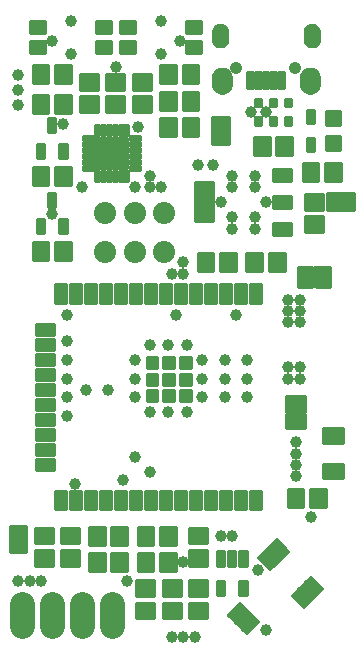
<source format=gts>
G75*
%MOIN*%
%OFA0B0*%
%FSLAX25Y25*%
%IPPOS*%
%LPD*%
%AMOC8*
5,1,8,0,0,1.08239X$1,22.5*
%
%ADD10C,0.03953*%
%ADD11C,0.01224*%
%ADD12C,0.01194*%
%ADD13C,0.01202*%
%ADD14C,0.01185*%
%ADD15C,0.01208*%
%ADD16C,0.01185*%
%ADD17C,0.01177*%
%ADD18C,0.01187*%
%ADD19C,0.01176*%
%ADD20R,0.00600X0.07200*%
%ADD21C,0.01192*%
%ADD22C,0.04150*%
%ADD23C,0.00039*%
%ADD24C,0.01227*%
%ADD25C,0.07378*%
%ADD26C,0.08200*%
%ADD27R,0.07200X0.00600*%
%ADD28C,0.01200*%
%ADD29C,0.01214*%
%ADD30C,0.01237*%
D10*
X0007500Y0026250D03*
X0011250Y0026250D03*
X0015000Y0026250D03*
X0026250Y0058750D03*
X0042500Y0060000D03*
X0046250Y0067500D03*
X0051250Y0062500D03*
X0051250Y0082500D03*
X0046250Y0087500D03*
X0046250Y0093750D03*
X0046250Y0100000D03*
X0051250Y0105000D03*
X0057500Y0105000D03*
X0063750Y0105000D03*
X0068750Y0100000D03*
X0068750Y0093750D03*
X0068750Y0087500D03*
X0063750Y0082500D03*
X0057500Y0082500D03*
X0076250Y0087500D03*
X0076250Y0093750D03*
X0076250Y0100000D03*
X0083750Y0100000D03*
X0083750Y0093750D03*
X0083750Y0087500D03*
X0097500Y0093750D03*
X0097500Y0097500D03*
X0101250Y0097500D03*
X0101250Y0093750D03*
X0100000Y0072500D03*
X0100000Y0068750D03*
X0100000Y0065000D03*
X0100000Y0061250D03*
X0105000Y0047500D03*
X0087500Y0030000D03*
X0078750Y0041250D03*
X0075000Y0041250D03*
X0062264Y0032500D03*
X0043750Y0026250D03*
X0058750Y0007500D03*
X0062500Y0007500D03*
X0066250Y0007500D03*
X0090000Y0010000D03*
X0037500Y0090000D03*
X0030000Y0090000D03*
X0023750Y0087500D03*
X0023750Y0093750D03*
X0023750Y0100000D03*
X0023750Y0106250D03*
X0023750Y0115000D03*
X0023750Y0081250D03*
X0060000Y0115000D03*
X0058750Y0128750D03*
X0062500Y0128750D03*
X0062500Y0132500D03*
X0075000Y0152500D03*
X0078750Y0147500D03*
X0078750Y0143750D03*
X0086250Y0143750D03*
X0086250Y0147500D03*
X0090000Y0152500D03*
X0086250Y0157500D03*
X0086250Y0161250D03*
X0078750Y0161250D03*
X0078750Y0157500D03*
X0072500Y0165000D03*
X0067500Y0165000D03*
X0055000Y0157500D03*
X0051250Y0157500D03*
X0051250Y0161250D03*
X0046250Y0157500D03*
X0038750Y0166250D03*
X0036250Y0168750D03*
X0038750Y0171250D03*
X0041250Y0168750D03*
X0047500Y0177500D03*
X0040000Y0197500D03*
X0025000Y0202087D03*
X0025000Y0202087D03*
X0025000Y0202087D03*
X0025000Y0202087D03*
X0025000Y0202087D03*
X0025000Y0202087D03*
X0025000Y0202087D03*
X0025000Y0202087D03*
X0025000Y0202087D03*
X0025000Y0202087D03*
X0025000Y0202087D03*
X0018750Y0206250D03*
X0025000Y0212913D03*
X0025000Y0212913D03*
X0025000Y0212913D03*
X0025000Y0212913D03*
X0025000Y0212913D03*
X0025000Y0212913D03*
X0025000Y0212913D03*
X0025000Y0212913D03*
X0025000Y0212913D03*
X0025000Y0212913D03*
X0025000Y0212913D03*
X0007500Y0195000D03*
X0007500Y0190000D03*
X0007500Y0185000D03*
X0022500Y0178750D03*
X0028750Y0157500D03*
X0018750Y0148750D03*
X0055000Y0202087D03*
X0055000Y0202087D03*
X0055000Y0202087D03*
X0055000Y0202087D03*
X0055000Y0202087D03*
X0055000Y0202087D03*
X0055000Y0202087D03*
X0055000Y0202087D03*
X0055000Y0202087D03*
X0055000Y0202087D03*
X0055000Y0202087D03*
X0061250Y0206250D03*
X0055000Y0212913D03*
X0055000Y0212913D03*
X0055000Y0212913D03*
X0055000Y0212913D03*
X0055000Y0212913D03*
X0055000Y0212913D03*
X0055000Y0212913D03*
X0055000Y0212913D03*
X0055000Y0212913D03*
X0055000Y0212913D03*
X0055000Y0212913D03*
X0085000Y0182500D03*
X0090000Y0182500D03*
X0097500Y0120000D03*
X0097500Y0116250D03*
X0097500Y0112500D03*
X0101250Y0112500D03*
X0101250Y0116250D03*
X0101250Y0120000D03*
X0080000Y0115000D03*
D11*
X0079937Y0135341D02*
X0075043Y0135341D01*
X0079937Y0135341D02*
X0079937Y0129659D01*
X0075043Y0129659D01*
X0075043Y0135341D01*
X0075043Y0130822D02*
X0079937Y0130822D01*
X0079937Y0131985D02*
X0075043Y0131985D01*
X0075043Y0133148D02*
X0079937Y0133148D01*
X0079937Y0134311D02*
X0075043Y0134311D01*
X0072457Y0135341D02*
X0067563Y0135341D01*
X0072457Y0135341D02*
X0072457Y0129659D01*
X0067563Y0129659D01*
X0067563Y0135341D01*
X0067563Y0130822D02*
X0072457Y0130822D01*
X0072457Y0131985D02*
X0067563Y0131985D01*
X0067563Y0133148D02*
X0072457Y0133148D01*
X0072457Y0134311D02*
X0067563Y0134311D01*
X0083813Y0129659D02*
X0088707Y0129659D01*
X0083813Y0129659D02*
X0083813Y0135341D01*
X0088707Y0135341D01*
X0088707Y0129659D01*
X0088707Y0130822D02*
X0083813Y0130822D01*
X0083813Y0131985D02*
X0088707Y0131985D01*
X0088707Y0133148D02*
X0083813Y0133148D01*
X0083813Y0134311D02*
X0088707Y0134311D01*
X0091293Y0129659D02*
X0096187Y0129659D01*
X0091293Y0129659D02*
X0091293Y0135341D01*
X0096187Y0135341D01*
X0096187Y0129659D01*
X0096187Y0130822D02*
X0091293Y0130822D01*
X0091293Y0131985D02*
X0096187Y0131985D01*
X0096187Y0133148D02*
X0091293Y0133148D01*
X0091293Y0134311D02*
X0096187Y0134311D01*
X0103409Y0142563D02*
X0103409Y0147457D01*
X0109091Y0147457D01*
X0109091Y0142563D01*
X0103409Y0142563D01*
X0103409Y0143726D02*
X0109091Y0143726D01*
X0109091Y0144889D02*
X0103409Y0144889D01*
X0103409Y0146052D02*
X0109091Y0146052D01*
X0109091Y0147215D02*
X0103409Y0147215D01*
X0103409Y0150043D02*
X0103409Y0154937D01*
X0109091Y0154937D01*
X0109091Y0150043D01*
X0103409Y0150043D01*
X0103409Y0151206D02*
X0109091Y0151206D01*
X0109091Y0152369D02*
X0103409Y0152369D01*
X0103409Y0153532D02*
X0109091Y0153532D01*
X0109091Y0154695D02*
X0103409Y0154695D01*
X0102563Y0165341D02*
X0107457Y0165341D01*
X0107457Y0159659D01*
X0102563Y0159659D01*
X0102563Y0165341D01*
X0102563Y0160822D02*
X0107457Y0160822D01*
X0107457Y0161985D02*
X0102563Y0161985D01*
X0102563Y0163148D02*
X0107457Y0163148D01*
X0107457Y0164311D02*
X0102563Y0164311D01*
X0098687Y0174091D02*
X0093793Y0174091D01*
X0098687Y0174091D02*
X0098687Y0168409D01*
X0093793Y0168409D01*
X0093793Y0174091D01*
X0093793Y0169572D02*
X0098687Y0169572D01*
X0098687Y0170735D02*
X0093793Y0170735D01*
X0093793Y0171898D02*
X0098687Y0171898D01*
X0098687Y0173061D02*
X0093793Y0173061D01*
X0091207Y0174091D02*
X0086313Y0174091D01*
X0091207Y0174091D02*
X0091207Y0168409D01*
X0086313Y0168409D01*
X0086313Y0174091D01*
X0086313Y0169572D02*
X0091207Y0169572D01*
X0091207Y0170735D02*
X0086313Y0170735D01*
X0086313Y0171898D02*
X0091207Y0171898D01*
X0091207Y0173061D02*
X0086313Y0173061D01*
X0067437Y0174659D02*
X0062543Y0174659D01*
X0062543Y0180341D01*
X0067437Y0180341D01*
X0067437Y0174659D01*
X0067437Y0175822D02*
X0062543Y0175822D01*
X0062543Y0176985D02*
X0067437Y0176985D01*
X0067437Y0178148D02*
X0062543Y0178148D01*
X0062543Y0179311D02*
X0067437Y0179311D01*
X0067437Y0183409D02*
X0062543Y0183409D01*
X0062543Y0189091D01*
X0067437Y0189091D01*
X0067437Y0183409D01*
X0067437Y0184572D02*
X0062543Y0184572D01*
X0062543Y0185735D02*
X0067437Y0185735D01*
X0067437Y0186898D02*
X0062543Y0186898D01*
X0062543Y0188061D02*
X0067437Y0188061D01*
X0067437Y0197841D02*
X0062543Y0197841D01*
X0067437Y0197841D02*
X0067437Y0192159D01*
X0062543Y0192159D01*
X0062543Y0197841D01*
X0062543Y0193322D02*
X0067437Y0193322D01*
X0067437Y0194485D02*
X0062543Y0194485D01*
X0062543Y0195648D02*
X0067437Y0195648D01*
X0067437Y0196811D02*
X0062543Y0196811D01*
X0059957Y0197841D02*
X0055063Y0197841D01*
X0059957Y0197841D02*
X0059957Y0192159D01*
X0055063Y0192159D01*
X0055063Y0197841D01*
X0055063Y0193322D02*
X0059957Y0193322D01*
X0059957Y0194485D02*
X0055063Y0194485D01*
X0055063Y0195648D02*
X0059957Y0195648D01*
X0059957Y0196811D02*
X0055063Y0196811D01*
X0045909Y0194937D02*
X0045909Y0190043D01*
X0045909Y0194937D02*
X0051591Y0194937D01*
X0051591Y0190043D01*
X0045909Y0190043D01*
X0045909Y0191206D02*
X0051591Y0191206D01*
X0051591Y0192369D02*
X0045909Y0192369D01*
X0045909Y0193532D02*
X0051591Y0193532D01*
X0051591Y0194695D02*
X0045909Y0194695D01*
X0037159Y0194937D02*
X0037159Y0190043D01*
X0037159Y0194937D02*
X0042841Y0194937D01*
X0042841Y0190043D01*
X0037159Y0190043D01*
X0037159Y0191206D02*
X0042841Y0191206D01*
X0042841Y0192369D02*
X0037159Y0192369D01*
X0037159Y0193532D02*
X0042841Y0193532D01*
X0042841Y0194695D02*
X0037159Y0194695D01*
X0028409Y0194937D02*
X0028409Y0190043D01*
X0028409Y0194937D02*
X0034091Y0194937D01*
X0034091Y0190043D01*
X0028409Y0190043D01*
X0028409Y0191206D02*
X0034091Y0191206D01*
X0034091Y0192369D02*
X0028409Y0192369D01*
X0028409Y0193532D02*
X0034091Y0193532D01*
X0034091Y0194695D02*
X0028409Y0194695D01*
X0024937Y0192159D02*
X0020043Y0192159D01*
X0020043Y0197841D01*
X0024937Y0197841D01*
X0024937Y0192159D01*
X0024937Y0193322D02*
X0020043Y0193322D01*
X0020043Y0194485D02*
X0024937Y0194485D01*
X0024937Y0195648D02*
X0020043Y0195648D01*
X0020043Y0196811D02*
X0024937Y0196811D01*
X0017457Y0192159D02*
X0012563Y0192159D01*
X0012563Y0197841D01*
X0017457Y0197841D01*
X0017457Y0192159D01*
X0017457Y0193322D02*
X0012563Y0193322D01*
X0012563Y0194485D02*
X0017457Y0194485D01*
X0017457Y0195648D02*
X0012563Y0195648D01*
X0012563Y0196811D02*
X0017457Y0196811D01*
X0017457Y0187841D02*
X0012563Y0187841D01*
X0017457Y0187841D02*
X0017457Y0182159D01*
X0012563Y0182159D01*
X0012563Y0187841D01*
X0012563Y0183322D02*
X0017457Y0183322D01*
X0017457Y0184485D02*
X0012563Y0184485D01*
X0012563Y0185648D02*
X0017457Y0185648D01*
X0017457Y0186811D02*
X0012563Y0186811D01*
X0020043Y0187841D02*
X0024937Y0187841D01*
X0024937Y0182159D01*
X0020043Y0182159D01*
X0020043Y0187841D01*
X0020043Y0183322D02*
X0024937Y0183322D01*
X0024937Y0184485D02*
X0020043Y0184485D01*
X0020043Y0185648D02*
X0024937Y0185648D01*
X0024937Y0186811D02*
X0020043Y0186811D01*
X0028409Y0187457D02*
X0028409Y0182563D01*
X0028409Y0187457D02*
X0034091Y0187457D01*
X0034091Y0182563D01*
X0028409Y0182563D01*
X0028409Y0183726D02*
X0034091Y0183726D01*
X0034091Y0184889D02*
X0028409Y0184889D01*
X0028409Y0186052D02*
X0034091Y0186052D01*
X0034091Y0187215D02*
X0028409Y0187215D01*
X0037159Y0187457D02*
X0037159Y0182563D01*
X0037159Y0187457D02*
X0042841Y0187457D01*
X0042841Y0182563D01*
X0037159Y0182563D01*
X0037159Y0183726D02*
X0042841Y0183726D01*
X0042841Y0184889D02*
X0037159Y0184889D01*
X0037159Y0186052D02*
X0042841Y0186052D01*
X0042841Y0187215D02*
X0037159Y0187215D01*
X0045909Y0187457D02*
X0045909Y0182563D01*
X0045909Y0187457D02*
X0051591Y0187457D01*
X0051591Y0182563D01*
X0045909Y0182563D01*
X0045909Y0183726D02*
X0051591Y0183726D01*
X0051591Y0184889D02*
X0045909Y0184889D01*
X0045909Y0186052D02*
X0051591Y0186052D01*
X0051591Y0187215D02*
X0045909Y0187215D01*
X0055063Y0183409D02*
X0059957Y0183409D01*
X0055063Y0183409D02*
X0055063Y0189091D01*
X0059957Y0189091D01*
X0059957Y0183409D01*
X0059957Y0184572D02*
X0055063Y0184572D01*
X0055063Y0185735D02*
X0059957Y0185735D01*
X0059957Y0186898D02*
X0055063Y0186898D01*
X0055063Y0188061D02*
X0059957Y0188061D01*
X0059957Y0174659D02*
X0055063Y0174659D01*
X0055063Y0180341D01*
X0059957Y0180341D01*
X0059957Y0174659D01*
X0059957Y0175822D02*
X0055063Y0175822D01*
X0055063Y0176985D02*
X0059957Y0176985D01*
X0059957Y0178148D02*
X0055063Y0178148D01*
X0055063Y0179311D02*
X0059957Y0179311D01*
X0024937Y0164091D02*
X0020043Y0164091D01*
X0024937Y0164091D02*
X0024937Y0158409D01*
X0020043Y0158409D01*
X0020043Y0164091D01*
X0020043Y0159572D02*
X0024937Y0159572D01*
X0024937Y0160735D02*
X0020043Y0160735D01*
X0020043Y0161898D02*
X0024937Y0161898D01*
X0024937Y0163061D02*
X0020043Y0163061D01*
X0017457Y0164091D02*
X0012563Y0164091D01*
X0017457Y0164091D02*
X0017457Y0158409D01*
X0012563Y0158409D01*
X0012563Y0164091D01*
X0012563Y0159572D02*
X0017457Y0159572D01*
X0017457Y0160735D02*
X0012563Y0160735D01*
X0012563Y0161898D02*
X0017457Y0161898D01*
X0017457Y0163061D02*
X0012563Y0163061D01*
X0012563Y0139091D02*
X0017457Y0139091D01*
X0017457Y0133409D01*
X0012563Y0133409D01*
X0012563Y0139091D01*
X0012563Y0134572D02*
X0017457Y0134572D01*
X0017457Y0135735D02*
X0012563Y0135735D01*
X0012563Y0136898D02*
X0017457Y0136898D01*
X0017457Y0138061D02*
X0012563Y0138061D01*
X0020043Y0139091D02*
X0024937Y0139091D01*
X0024937Y0133409D01*
X0020043Y0133409D01*
X0020043Y0139091D01*
X0020043Y0134572D02*
X0024937Y0134572D01*
X0024937Y0135735D02*
X0020043Y0135735D01*
X0020043Y0136898D02*
X0024937Y0136898D01*
X0024937Y0138061D02*
X0020043Y0138061D01*
X0019091Y0043687D02*
X0019091Y0038793D01*
X0013409Y0038793D01*
X0013409Y0043687D01*
X0019091Y0043687D01*
X0019091Y0039956D02*
X0013409Y0039956D01*
X0013409Y0041119D02*
X0019091Y0041119D01*
X0019091Y0042282D02*
X0013409Y0042282D01*
X0013409Y0043445D02*
X0019091Y0043445D01*
X0022159Y0043687D02*
X0022159Y0038793D01*
X0022159Y0043687D02*
X0027841Y0043687D01*
X0027841Y0038793D01*
X0022159Y0038793D01*
X0022159Y0039956D02*
X0027841Y0039956D01*
X0027841Y0041119D02*
X0022159Y0041119D01*
X0022159Y0042282D02*
X0027841Y0042282D01*
X0027841Y0043445D02*
X0022159Y0043445D01*
X0022159Y0036207D02*
X0022159Y0031313D01*
X0022159Y0036207D02*
X0027841Y0036207D01*
X0027841Y0031313D01*
X0022159Y0031313D01*
X0022159Y0032476D02*
X0027841Y0032476D01*
X0027841Y0033639D02*
X0022159Y0033639D01*
X0022159Y0034802D02*
X0027841Y0034802D01*
X0027841Y0035965D02*
X0022159Y0035965D01*
X0019091Y0036207D02*
X0019091Y0031313D01*
X0013409Y0031313D01*
X0013409Y0036207D01*
X0019091Y0036207D01*
X0019091Y0032476D02*
X0013409Y0032476D01*
X0013409Y0033639D02*
X0019091Y0033639D01*
X0019091Y0034802D02*
X0013409Y0034802D01*
X0013409Y0035965D02*
X0019091Y0035965D01*
X0031313Y0029659D02*
X0036207Y0029659D01*
X0031313Y0029659D02*
X0031313Y0035341D01*
X0036207Y0035341D01*
X0036207Y0029659D01*
X0036207Y0030822D02*
X0031313Y0030822D01*
X0031313Y0031985D02*
X0036207Y0031985D01*
X0036207Y0033148D02*
X0031313Y0033148D01*
X0031313Y0034311D02*
X0036207Y0034311D01*
X0038793Y0029659D02*
X0043687Y0029659D01*
X0038793Y0029659D02*
X0038793Y0035341D01*
X0043687Y0035341D01*
X0043687Y0029659D01*
X0043687Y0030822D02*
X0038793Y0030822D01*
X0038793Y0031985D02*
X0043687Y0031985D01*
X0043687Y0033148D02*
X0038793Y0033148D01*
X0038793Y0034311D02*
X0043687Y0034311D01*
X0043687Y0038409D02*
X0038793Y0038409D01*
X0038793Y0044091D01*
X0043687Y0044091D01*
X0043687Y0038409D01*
X0043687Y0039572D02*
X0038793Y0039572D01*
X0038793Y0040735D02*
X0043687Y0040735D01*
X0043687Y0041898D02*
X0038793Y0041898D01*
X0038793Y0043061D02*
X0043687Y0043061D01*
X0047563Y0038409D02*
X0052457Y0038409D01*
X0047563Y0038409D02*
X0047563Y0044091D01*
X0052457Y0044091D01*
X0052457Y0038409D01*
X0052457Y0039572D02*
X0047563Y0039572D01*
X0047563Y0040735D02*
X0052457Y0040735D01*
X0052457Y0041898D02*
X0047563Y0041898D01*
X0047563Y0043061D02*
X0052457Y0043061D01*
X0055043Y0038409D02*
X0059937Y0038409D01*
X0055043Y0038409D02*
X0055043Y0044091D01*
X0059937Y0044091D01*
X0059937Y0038409D01*
X0059937Y0039572D02*
X0055043Y0039572D01*
X0055043Y0040735D02*
X0059937Y0040735D01*
X0059937Y0041898D02*
X0055043Y0041898D01*
X0055043Y0043061D02*
X0059937Y0043061D01*
X0070341Y0043687D02*
X0070341Y0038793D01*
X0064659Y0038793D01*
X0064659Y0043687D01*
X0070341Y0043687D01*
X0070341Y0039956D02*
X0064659Y0039956D01*
X0064659Y0041119D02*
X0070341Y0041119D01*
X0070341Y0042282D02*
X0064659Y0042282D01*
X0064659Y0043445D02*
X0070341Y0043445D01*
X0070341Y0036207D02*
X0070341Y0031313D01*
X0064659Y0031313D01*
X0064659Y0036207D01*
X0070341Y0036207D01*
X0070341Y0032476D02*
X0064659Y0032476D01*
X0064659Y0033639D02*
X0070341Y0033639D01*
X0070341Y0034802D02*
X0064659Y0034802D01*
X0064659Y0035965D02*
X0070341Y0035965D01*
X0070341Y0026187D02*
X0070341Y0021293D01*
X0064659Y0021293D01*
X0064659Y0026187D01*
X0070341Y0026187D01*
X0070341Y0022456D02*
X0064659Y0022456D01*
X0064659Y0023619D02*
X0070341Y0023619D01*
X0070341Y0024782D02*
X0064659Y0024782D01*
X0064659Y0025945D02*
X0070341Y0025945D01*
X0070341Y0018707D02*
X0070341Y0013813D01*
X0064659Y0013813D01*
X0064659Y0018707D01*
X0070341Y0018707D01*
X0070341Y0014976D02*
X0064659Y0014976D01*
X0064659Y0016139D02*
X0070341Y0016139D01*
X0070341Y0017302D02*
X0064659Y0017302D01*
X0064659Y0018465D02*
X0070341Y0018465D01*
X0055909Y0018707D02*
X0055909Y0013813D01*
X0055909Y0018707D02*
X0061591Y0018707D01*
X0061591Y0013813D01*
X0055909Y0013813D01*
X0055909Y0014976D02*
X0061591Y0014976D01*
X0061591Y0016139D02*
X0055909Y0016139D01*
X0055909Y0017302D02*
X0061591Y0017302D01*
X0061591Y0018465D02*
X0055909Y0018465D01*
X0055909Y0021293D02*
X0055909Y0026187D01*
X0061591Y0026187D01*
X0061591Y0021293D01*
X0055909Y0021293D01*
X0055909Y0022456D02*
X0061591Y0022456D01*
X0061591Y0023619D02*
X0055909Y0023619D01*
X0055909Y0024782D02*
X0061591Y0024782D01*
X0061591Y0025945D02*
X0055909Y0025945D01*
X0047159Y0026187D02*
X0047159Y0021293D01*
X0047159Y0026187D02*
X0052841Y0026187D01*
X0052841Y0021293D01*
X0047159Y0021293D01*
X0047159Y0022456D02*
X0052841Y0022456D01*
X0052841Y0023619D02*
X0047159Y0023619D01*
X0047159Y0024782D02*
X0052841Y0024782D01*
X0052841Y0025945D02*
X0047159Y0025945D01*
X0047563Y0035341D02*
X0052457Y0035341D01*
X0052457Y0029659D01*
X0047563Y0029659D01*
X0047563Y0035341D01*
X0047563Y0030822D02*
X0052457Y0030822D01*
X0052457Y0031985D02*
X0047563Y0031985D01*
X0047563Y0033148D02*
X0052457Y0033148D01*
X0052457Y0034311D02*
X0047563Y0034311D01*
X0055043Y0035341D02*
X0059937Y0035341D01*
X0059937Y0029659D01*
X0055043Y0029659D01*
X0055043Y0035341D01*
X0055043Y0030822D02*
X0059937Y0030822D01*
X0059937Y0031985D02*
X0055043Y0031985D01*
X0055043Y0033148D02*
X0059937Y0033148D01*
X0059937Y0034311D02*
X0055043Y0034311D01*
X0047159Y0018707D02*
X0047159Y0013813D01*
X0047159Y0018707D02*
X0052841Y0018707D01*
X0052841Y0013813D01*
X0047159Y0013813D01*
X0047159Y0014976D02*
X0052841Y0014976D01*
X0052841Y0016139D02*
X0047159Y0016139D01*
X0047159Y0017302D02*
X0052841Y0017302D01*
X0052841Y0018465D02*
X0047159Y0018465D01*
X0036207Y0038409D02*
X0031313Y0038409D01*
X0031313Y0044091D01*
X0036207Y0044091D01*
X0036207Y0038409D01*
X0036207Y0039572D02*
X0031313Y0039572D01*
X0031313Y0040735D02*
X0036207Y0040735D01*
X0036207Y0041898D02*
X0031313Y0041898D01*
X0031313Y0043061D02*
X0036207Y0043061D01*
X0097563Y0056591D02*
X0102457Y0056591D01*
X0102457Y0050909D01*
X0097563Y0050909D01*
X0097563Y0056591D01*
X0097563Y0052072D02*
X0102457Y0052072D01*
X0102457Y0053235D02*
X0097563Y0053235D01*
X0097563Y0054398D02*
X0102457Y0054398D01*
X0102457Y0055561D02*
X0097563Y0055561D01*
X0105043Y0056591D02*
X0109937Y0056591D01*
X0109937Y0050909D01*
X0105043Y0050909D01*
X0105043Y0056591D01*
X0105043Y0052072D02*
X0109937Y0052072D01*
X0109937Y0053235D02*
X0105043Y0053235D01*
X0105043Y0054398D02*
X0109937Y0054398D01*
X0109937Y0055561D02*
X0105043Y0055561D01*
X0110043Y0165341D02*
X0114937Y0165341D01*
X0114937Y0159659D01*
X0110043Y0159659D01*
X0110043Y0165341D01*
X0110043Y0160822D02*
X0114937Y0160822D01*
X0114937Y0161985D02*
X0110043Y0161985D01*
X0110043Y0163148D02*
X0114937Y0163148D01*
X0114937Y0164311D02*
X0110043Y0164311D01*
D12*
X0096770Y0178424D02*
X0096770Y0180474D01*
X0098230Y0180474D01*
X0098230Y0178424D01*
X0096770Y0178424D01*
X0096770Y0179558D02*
X0098230Y0179558D01*
X0096770Y0184526D02*
X0096770Y0186576D01*
X0098230Y0186576D01*
X0098230Y0184526D01*
X0096770Y0184526D01*
X0096770Y0185660D02*
X0098230Y0185660D01*
X0091770Y0186576D02*
X0091770Y0184526D01*
X0091770Y0186576D02*
X0093230Y0186576D01*
X0093230Y0184526D01*
X0091770Y0184526D01*
X0091770Y0185660D02*
X0093230Y0185660D01*
X0086770Y0186576D02*
X0086770Y0184526D01*
X0086770Y0186576D02*
X0088230Y0186576D01*
X0088230Y0184526D01*
X0086770Y0184526D01*
X0086770Y0185660D02*
X0088230Y0185660D01*
X0086770Y0180474D02*
X0086770Y0178424D01*
X0086770Y0180474D02*
X0088230Y0180474D01*
X0088230Y0178424D01*
X0086770Y0178424D01*
X0086770Y0179558D02*
X0088230Y0179558D01*
X0091770Y0180474D02*
X0091770Y0178424D01*
X0091770Y0180474D02*
X0093230Y0180474D01*
X0093230Y0178424D01*
X0091770Y0178424D01*
X0091770Y0179558D02*
X0093230Y0179558D01*
D13*
X0110239Y0178123D02*
X0114761Y0178123D01*
X0110239Y0178123D02*
X0110239Y0182645D01*
X0114761Y0182645D01*
X0114761Y0178123D01*
X0114761Y0179265D02*
X0110239Y0179265D01*
X0110239Y0180407D02*
X0114761Y0180407D01*
X0114761Y0181549D02*
X0110239Y0181549D01*
X0110239Y0169855D02*
X0114761Y0169855D01*
X0110239Y0169855D02*
X0110239Y0174377D01*
X0114761Y0174377D01*
X0114761Y0169855D01*
X0114761Y0170997D02*
X0110239Y0170997D01*
X0110239Y0172139D02*
X0114761Y0172139D01*
X0114761Y0173281D02*
X0110239Y0173281D01*
X0109452Y0076917D02*
X0109452Y0072395D01*
X0109452Y0076917D02*
X0115548Y0076917D01*
X0115548Y0072395D01*
X0109452Y0072395D01*
X0109452Y0073537D02*
X0115548Y0073537D01*
X0115548Y0074679D02*
X0109452Y0074679D01*
X0109452Y0075821D02*
X0115548Y0075821D01*
X0109452Y0065105D02*
X0109452Y0060583D01*
X0109452Y0065105D02*
X0115548Y0065105D01*
X0115548Y0060583D01*
X0109452Y0060583D01*
X0109452Y0061725D02*
X0115548Y0061725D01*
X0115548Y0062867D02*
X0109452Y0062867D01*
X0109452Y0064009D02*
X0115548Y0064009D01*
D14*
X0098254Y0145262D02*
X0092730Y0145262D01*
X0098254Y0145262D02*
X0098254Y0141706D01*
X0092730Y0141706D01*
X0092730Y0145262D01*
X0092730Y0142832D02*
X0098254Y0142832D01*
X0098254Y0143958D02*
X0092730Y0143958D01*
X0092730Y0145084D02*
X0098254Y0145084D01*
X0098254Y0154278D02*
X0092730Y0154278D01*
X0098254Y0154278D02*
X0098254Y0150722D01*
X0092730Y0150722D01*
X0092730Y0154278D01*
X0092730Y0151848D02*
X0098254Y0151848D01*
X0098254Y0152974D02*
X0092730Y0152974D01*
X0092730Y0154100D02*
X0098254Y0154100D01*
X0098254Y0163294D02*
X0092730Y0163294D01*
X0098254Y0163294D02*
X0098254Y0159738D01*
X0092730Y0159738D01*
X0092730Y0163294D01*
X0092730Y0160864D02*
X0098254Y0160864D01*
X0098254Y0161990D02*
X0092730Y0161990D01*
X0092730Y0163116D02*
X0098254Y0163116D01*
D15*
X0066758Y0158793D02*
X0066758Y0146207D01*
X0066758Y0158793D02*
X0072258Y0158793D01*
X0072258Y0146207D01*
X0066758Y0146207D01*
X0066758Y0147355D02*
X0072258Y0147355D01*
X0072258Y0148503D02*
X0066758Y0148503D01*
X0066758Y0149651D02*
X0072258Y0149651D01*
X0072258Y0150799D02*
X0066758Y0150799D01*
X0066758Y0151947D02*
X0072258Y0151947D01*
X0072258Y0153095D02*
X0066758Y0153095D01*
X0066758Y0154243D02*
X0072258Y0154243D01*
X0072258Y0155391D02*
X0066758Y0155391D01*
X0066758Y0156539D02*
X0072258Y0156539D01*
X0072258Y0157687D02*
X0066758Y0157687D01*
D16*
X0068294Y0206030D02*
X0063754Y0206030D01*
X0068294Y0206030D02*
X0068294Y0202278D01*
X0063754Y0202278D01*
X0063754Y0206030D01*
X0063754Y0203404D02*
X0068294Y0203404D01*
X0068294Y0204530D02*
X0063754Y0204530D01*
X0063754Y0205656D02*
X0068294Y0205656D01*
X0068294Y0212722D02*
X0063754Y0212722D01*
X0068294Y0212722D02*
X0068294Y0208970D01*
X0063754Y0208970D01*
X0063754Y0212722D01*
X0063754Y0210096D02*
X0068294Y0210096D01*
X0068294Y0211222D02*
X0063754Y0211222D01*
X0063754Y0212348D02*
X0068294Y0212348D01*
X0046246Y0212722D02*
X0041706Y0212722D01*
X0046246Y0212722D02*
X0046246Y0208970D01*
X0041706Y0208970D01*
X0041706Y0212722D01*
X0041706Y0210096D02*
X0046246Y0210096D01*
X0046246Y0211222D02*
X0041706Y0211222D01*
X0041706Y0212348D02*
X0046246Y0212348D01*
X0046246Y0206030D02*
X0041706Y0206030D01*
X0046246Y0206030D02*
X0046246Y0202278D01*
X0041706Y0202278D01*
X0041706Y0206030D01*
X0041706Y0203404D02*
X0046246Y0203404D01*
X0046246Y0204530D02*
X0041706Y0204530D01*
X0041706Y0205656D02*
X0046246Y0205656D01*
X0038294Y0206030D02*
X0033754Y0206030D01*
X0038294Y0206030D02*
X0038294Y0202278D01*
X0033754Y0202278D01*
X0033754Y0206030D01*
X0033754Y0203404D02*
X0038294Y0203404D01*
X0038294Y0204530D02*
X0033754Y0204530D01*
X0033754Y0205656D02*
X0038294Y0205656D01*
X0038294Y0212722D02*
X0033754Y0212722D01*
X0038294Y0212722D02*
X0038294Y0208970D01*
X0033754Y0208970D01*
X0033754Y0212722D01*
X0033754Y0210096D02*
X0038294Y0210096D01*
X0038294Y0211222D02*
X0033754Y0211222D01*
X0033754Y0212348D02*
X0038294Y0212348D01*
X0016246Y0212722D02*
X0011706Y0212722D01*
X0016246Y0212722D02*
X0016246Y0208970D01*
X0011706Y0208970D01*
X0011706Y0212722D01*
X0011706Y0210096D02*
X0016246Y0210096D01*
X0016246Y0211222D02*
X0011706Y0211222D01*
X0011706Y0212348D02*
X0016246Y0212348D01*
X0016246Y0206030D02*
X0011706Y0206030D01*
X0016246Y0206030D02*
X0016246Y0202278D01*
X0011706Y0202278D01*
X0011706Y0206030D01*
X0011706Y0203404D02*
X0016246Y0203404D01*
X0016246Y0204530D02*
X0011706Y0204530D01*
X0011706Y0205656D02*
X0016246Y0205656D01*
D17*
X0019843Y0180158D02*
X0019843Y0176004D01*
X0017657Y0176004D01*
X0017657Y0180158D01*
X0019843Y0180158D01*
X0019843Y0177122D02*
X0017657Y0177122D01*
X0017657Y0178240D02*
X0019843Y0178240D01*
X0019843Y0179358D02*
X0017657Y0179358D01*
X0016103Y0171496D02*
X0016103Y0167342D01*
X0013917Y0167342D01*
X0013917Y0171496D01*
X0016103Y0171496D01*
X0016103Y0168460D02*
X0013917Y0168460D01*
X0013917Y0169578D02*
X0016103Y0169578D01*
X0016103Y0170696D02*
X0013917Y0170696D01*
X0023583Y0171496D02*
X0023583Y0167342D01*
X0021397Y0167342D01*
X0021397Y0171496D01*
X0023583Y0171496D01*
X0023583Y0168460D02*
X0021397Y0168460D01*
X0021397Y0169578D02*
X0023583Y0169578D01*
X0023583Y0170696D02*
X0021397Y0170696D01*
X0019843Y0155158D02*
X0019843Y0151004D01*
X0017657Y0151004D01*
X0017657Y0155158D01*
X0019843Y0155158D01*
X0019843Y0152122D02*
X0017657Y0152122D01*
X0017657Y0153240D02*
X0019843Y0153240D01*
X0019843Y0154358D02*
X0017657Y0154358D01*
X0016103Y0146496D02*
X0016103Y0142342D01*
X0013917Y0142342D01*
X0013917Y0146496D01*
X0016103Y0146496D01*
X0016103Y0143460D02*
X0013917Y0143460D01*
X0013917Y0144578D02*
X0016103Y0144578D01*
X0016103Y0145696D02*
X0013917Y0145696D01*
X0023583Y0146496D02*
X0023583Y0142342D01*
X0021397Y0142342D01*
X0021397Y0146496D01*
X0023583Y0146496D01*
X0023583Y0143460D02*
X0021397Y0143460D01*
X0021397Y0144578D02*
X0023583Y0144578D01*
X0023583Y0145696D02*
X0021397Y0145696D01*
X0073917Y0035945D02*
X0073917Y0031397D01*
X0073917Y0035945D02*
X0076103Y0035945D01*
X0076103Y0031397D01*
X0073917Y0031397D01*
X0073917Y0032515D02*
X0076103Y0032515D01*
X0076103Y0033633D02*
X0073917Y0033633D01*
X0073917Y0034751D02*
X0076103Y0034751D01*
X0076103Y0035869D02*
X0073917Y0035869D01*
X0077657Y0035945D02*
X0077657Y0031397D01*
X0077657Y0035945D02*
X0079843Y0035945D01*
X0079843Y0031397D01*
X0077657Y0031397D01*
X0077657Y0032515D02*
X0079843Y0032515D01*
X0079843Y0033633D02*
X0077657Y0033633D01*
X0077657Y0034751D02*
X0079843Y0034751D01*
X0079843Y0035869D02*
X0077657Y0035869D01*
X0081397Y0035945D02*
X0081397Y0031397D01*
X0081397Y0035945D02*
X0083583Y0035945D01*
X0083583Y0031397D01*
X0081397Y0031397D01*
X0081397Y0032515D02*
X0083583Y0032515D01*
X0083583Y0033633D02*
X0081397Y0033633D01*
X0081397Y0034751D02*
X0083583Y0034751D01*
X0083583Y0035869D02*
X0081397Y0035869D01*
X0081397Y0026103D02*
X0081397Y0021555D01*
X0081397Y0026103D02*
X0083583Y0026103D01*
X0083583Y0021555D01*
X0081397Y0021555D01*
X0081397Y0022673D02*
X0083583Y0022673D01*
X0083583Y0023791D02*
X0081397Y0023791D01*
X0081397Y0024909D02*
X0083583Y0024909D01*
X0083583Y0026027D02*
X0081397Y0026027D01*
X0073917Y0026103D02*
X0073917Y0021555D01*
X0073917Y0026103D02*
X0076103Y0026103D01*
X0076103Y0021555D01*
X0073917Y0021555D01*
X0073917Y0022673D02*
X0076103Y0022673D01*
X0076103Y0023791D02*
X0073917Y0023791D01*
X0073917Y0024909D02*
X0076103Y0024909D01*
X0076103Y0026027D02*
X0073917Y0026027D01*
D18*
X0104109Y0169652D02*
X0104109Y0173698D01*
X0105891Y0173698D01*
X0105891Y0169652D01*
X0104109Y0169652D01*
X0104109Y0170780D02*
X0105891Y0170780D01*
X0105891Y0171908D02*
X0104109Y0171908D01*
X0104109Y0173036D02*
X0105891Y0173036D01*
X0104109Y0178802D02*
X0104109Y0182848D01*
X0105891Y0182848D01*
X0105891Y0178802D01*
X0104109Y0178802D01*
X0104109Y0179930D02*
X0105891Y0179930D01*
X0105891Y0181058D02*
X0104109Y0181058D01*
X0104109Y0182186D02*
X0105891Y0182186D01*
D19*
X0105462Y0130562D02*
X0101038Y0130562D01*
X0105462Y0130562D02*
X0105462Y0124438D01*
X0101038Y0124438D01*
X0101038Y0130562D01*
X0101038Y0125555D02*
X0105462Y0125555D01*
X0105462Y0126672D02*
X0101038Y0126672D01*
X0101038Y0127789D02*
X0105462Y0127789D01*
X0105462Y0128906D02*
X0101038Y0128906D01*
X0101038Y0130023D02*
X0105462Y0130023D01*
X0107038Y0130562D02*
X0111462Y0130562D01*
X0111462Y0124438D01*
X0107038Y0124438D01*
X0107038Y0130562D01*
X0107038Y0125555D02*
X0111462Y0125555D01*
X0111462Y0126672D02*
X0107038Y0126672D01*
X0107038Y0127789D02*
X0111462Y0127789D01*
X0111462Y0128906D02*
X0107038Y0128906D01*
X0107038Y0130023D02*
X0111462Y0130023D01*
X0096938Y0087712D02*
X0096938Y0083288D01*
X0096938Y0087712D02*
X0103062Y0087712D01*
X0103062Y0083288D01*
X0096938Y0083288D01*
X0096938Y0084405D02*
X0103062Y0084405D01*
X0103062Y0085522D02*
X0096938Y0085522D01*
X0096938Y0086639D02*
X0103062Y0086639D01*
X0096938Y0081712D02*
X0096938Y0077288D01*
X0096938Y0081712D02*
X0103062Y0081712D01*
X0103062Y0077288D01*
X0096938Y0077288D01*
X0096938Y0078405D02*
X0103062Y0078405D01*
X0103062Y0079522D02*
X0096938Y0079522D01*
X0096938Y0080639D02*
X0103062Y0080639D01*
D20*
X0106250Y0127500D03*
D21*
X0095908Y0195546D02*
X0094328Y0195546D01*
X0095908Y0195546D02*
X0095908Y0190620D01*
X0094328Y0190620D01*
X0094328Y0195546D01*
X0094328Y0191752D02*
X0095908Y0191752D01*
X0095908Y0192884D02*
X0094328Y0192884D01*
X0094328Y0194016D02*
X0095908Y0194016D01*
X0095908Y0195148D02*
X0094328Y0195148D01*
X0093349Y0195546D02*
X0091769Y0195546D01*
X0093349Y0195546D02*
X0093349Y0190620D01*
X0091769Y0190620D01*
X0091769Y0195546D01*
X0091769Y0191752D02*
X0093349Y0191752D01*
X0093349Y0192884D02*
X0091769Y0192884D01*
X0091769Y0194016D02*
X0093349Y0194016D01*
X0093349Y0195148D02*
X0091769Y0195148D01*
X0090790Y0195546D02*
X0089210Y0195546D01*
X0090790Y0195546D02*
X0090790Y0190620D01*
X0089210Y0190620D01*
X0089210Y0195546D01*
X0089210Y0191752D02*
X0090790Y0191752D01*
X0090790Y0192884D02*
X0089210Y0192884D01*
X0089210Y0194016D02*
X0090790Y0194016D01*
X0090790Y0195148D02*
X0089210Y0195148D01*
X0088231Y0195546D02*
X0086651Y0195546D01*
X0088231Y0195546D02*
X0088231Y0190620D01*
X0086651Y0190620D01*
X0086651Y0195546D01*
X0086651Y0191752D02*
X0088231Y0191752D01*
X0088231Y0192884D02*
X0086651Y0192884D01*
X0086651Y0194016D02*
X0088231Y0194016D01*
X0088231Y0195148D02*
X0086651Y0195148D01*
X0085672Y0195546D02*
X0084092Y0195546D01*
X0085672Y0195546D02*
X0085672Y0190620D01*
X0084092Y0190620D01*
X0084092Y0195546D01*
X0084092Y0191752D02*
X0085672Y0191752D01*
X0085672Y0192884D02*
X0084092Y0192884D01*
X0084092Y0194016D02*
X0085672Y0194016D01*
X0085672Y0195148D02*
X0084092Y0195148D01*
D22*
X0080157Y0197217D03*
X0099843Y0197217D03*
D23*
X0101994Y0195998D02*
X0107337Y0195998D01*
X0107359Y0195960D02*
X0101972Y0195960D01*
X0101950Y0195923D02*
X0107381Y0195923D01*
X0107403Y0195885D02*
X0101928Y0195885D01*
X0101906Y0195847D02*
X0107425Y0195847D01*
X0107446Y0195809D02*
X0101884Y0195809D01*
X0101862Y0195771D02*
X0107468Y0195771D01*
X0107490Y0195733D02*
X0101841Y0195733D01*
X0101819Y0195695D02*
X0107512Y0195695D01*
X0107534Y0195657D02*
X0101797Y0195657D01*
X0101775Y0195620D02*
X0107556Y0195620D01*
X0107578Y0195582D02*
X0101753Y0195582D01*
X0101731Y0195544D02*
X0107599Y0195544D01*
X0107621Y0195506D02*
X0101709Y0195506D01*
X0101698Y0195486D02*
X0102038Y0196074D01*
X0102037Y0196074D02*
X0107293Y0196074D01*
X0107633Y0195486D01*
X0107842Y0194841D01*
X0107913Y0194165D01*
X0107913Y0192000D01*
X0107842Y0191325D01*
X0107633Y0190679D01*
X0107293Y0190091D01*
X0106839Y0189586D01*
X0106289Y0189187D01*
X0105669Y0188911D01*
X0105005Y0188770D01*
X0104326Y0188770D01*
X0103662Y0188911D01*
X0103041Y0189187D01*
X0102492Y0189586D01*
X0102038Y0190091D01*
X0101698Y0190679D01*
X0101488Y0191325D01*
X0101417Y0192000D01*
X0101417Y0194165D01*
X0101488Y0194841D01*
X0101698Y0195486D01*
X0101692Y0195468D02*
X0107639Y0195468D01*
X0107651Y0195430D02*
X0101680Y0195430D01*
X0101668Y0195392D02*
X0107663Y0195392D01*
X0107675Y0195354D02*
X0101655Y0195354D01*
X0101643Y0195316D02*
X0107688Y0195316D01*
X0107700Y0195279D02*
X0101631Y0195279D01*
X0101618Y0195241D02*
X0107712Y0195241D01*
X0107725Y0195203D02*
X0101606Y0195203D01*
X0101594Y0195165D02*
X0107737Y0195165D01*
X0107749Y0195127D02*
X0101581Y0195127D01*
X0101569Y0195089D02*
X0107762Y0195089D01*
X0107774Y0195051D02*
X0101557Y0195051D01*
X0101544Y0195013D02*
X0107786Y0195013D01*
X0107799Y0194976D02*
X0101532Y0194976D01*
X0101520Y0194938D02*
X0107811Y0194938D01*
X0107823Y0194900D02*
X0101508Y0194900D01*
X0101495Y0194862D02*
X0107835Y0194862D01*
X0107844Y0194824D02*
X0101487Y0194824D01*
X0101483Y0194786D02*
X0107848Y0194786D01*
X0107852Y0194748D02*
X0101479Y0194748D01*
X0101475Y0194710D02*
X0107856Y0194710D01*
X0107860Y0194673D02*
X0101471Y0194673D01*
X0101467Y0194635D02*
X0107864Y0194635D01*
X0107868Y0194597D02*
X0101463Y0194597D01*
X0101459Y0194559D02*
X0107872Y0194559D01*
X0107876Y0194521D02*
X0101455Y0194521D01*
X0101451Y0194483D02*
X0107880Y0194483D01*
X0107884Y0194445D02*
X0101447Y0194445D01*
X0101443Y0194407D02*
X0107888Y0194407D01*
X0107892Y0194369D02*
X0101439Y0194369D01*
X0101435Y0194332D02*
X0107896Y0194332D01*
X0107900Y0194294D02*
X0101431Y0194294D01*
X0101427Y0194256D02*
X0107904Y0194256D01*
X0107908Y0194218D02*
X0101423Y0194218D01*
X0101419Y0194180D02*
X0107912Y0194180D01*
X0107913Y0194142D02*
X0101417Y0194142D01*
X0101417Y0194104D02*
X0107913Y0194104D01*
X0107913Y0194066D02*
X0101417Y0194066D01*
X0101417Y0194029D02*
X0107913Y0194029D01*
X0107913Y0193991D02*
X0101417Y0193991D01*
X0101417Y0193953D02*
X0107913Y0193953D01*
X0107913Y0193915D02*
X0101417Y0193915D01*
X0101417Y0193877D02*
X0107913Y0193877D01*
X0107913Y0193839D02*
X0101417Y0193839D01*
X0101417Y0193801D02*
X0107913Y0193801D01*
X0107913Y0193763D02*
X0101417Y0193763D01*
X0101417Y0193725D02*
X0107913Y0193725D01*
X0107913Y0193688D02*
X0101417Y0193688D01*
X0101417Y0193650D02*
X0107913Y0193650D01*
X0107913Y0193612D02*
X0101417Y0193612D01*
X0101417Y0193574D02*
X0107913Y0193574D01*
X0107913Y0193536D02*
X0101417Y0193536D01*
X0101417Y0193498D02*
X0107913Y0193498D01*
X0107913Y0193460D02*
X0101417Y0193460D01*
X0101417Y0193422D02*
X0107913Y0193422D01*
X0107913Y0193385D02*
X0101417Y0193385D01*
X0101417Y0193347D02*
X0107913Y0193347D01*
X0107913Y0193309D02*
X0101417Y0193309D01*
X0101417Y0193271D02*
X0107913Y0193271D01*
X0107913Y0193233D02*
X0101417Y0193233D01*
X0101417Y0193195D02*
X0107913Y0193195D01*
X0107913Y0193157D02*
X0101417Y0193157D01*
X0101417Y0193119D02*
X0107913Y0193119D01*
X0107913Y0193081D02*
X0101417Y0193081D01*
X0101417Y0193044D02*
X0107913Y0193044D01*
X0107913Y0193006D02*
X0101417Y0193006D01*
X0101417Y0192968D02*
X0107913Y0192968D01*
X0107913Y0192930D02*
X0101417Y0192930D01*
X0101417Y0192892D02*
X0107913Y0192892D01*
X0107913Y0192854D02*
X0101417Y0192854D01*
X0101417Y0192816D02*
X0107913Y0192816D01*
X0107913Y0192778D02*
X0101417Y0192778D01*
X0101417Y0192741D02*
X0107913Y0192741D01*
X0107913Y0192703D02*
X0101417Y0192703D01*
X0101417Y0192665D02*
X0107913Y0192665D01*
X0107913Y0192627D02*
X0101417Y0192627D01*
X0101417Y0192589D02*
X0107913Y0192589D01*
X0107913Y0192551D02*
X0101417Y0192551D01*
X0101417Y0192513D02*
X0107913Y0192513D01*
X0107913Y0192475D02*
X0101417Y0192475D01*
X0101417Y0192437D02*
X0107913Y0192437D01*
X0107913Y0192400D02*
X0101417Y0192400D01*
X0101417Y0192362D02*
X0107913Y0192362D01*
X0107913Y0192324D02*
X0101417Y0192324D01*
X0101417Y0192286D02*
X0107913Y0192286D01*
X0107913Y0192248D02*
X0101417Y0192248D01*
X0101417Y0192210D02*
X0107913Y0192210D01*
X0107913Y0192172D02*
X0101417Y0192172D01*
X0101417Y0192134D02*
X0107913Y0192134D01*
X0107913Y0192097D02*
X0101417Y0192097D01*
X0101417Y0192059D02*
X0107913Y0192059D01*
X0107913Y0192021D02*
X0101417Y0192021D01*
X0101419Y0191983D02*
X0107912Y0191983D01*
X0107908Y0191945D02*
X0101423Y0191945D01*
X0101427Y0191907D02*
X0107904Y0191907D01*
X0107900Y0191869D02*
X0101431Y0191869D01*
X0101435Y0191831D02*
X0107896Y0191831D01*
X0107892Y0191794D02*
X0101439Y0191794D01*
X0101443Y0191756D02*
X0107888Y0191756D01*
X0107884Y0191718D02*
X0101447Y0191718D01*
X0101451Y0191680D02*
X0107880Y0191680D01*
X0107876Y0191642D02*
X0101455Y0191642D01*
X0101459Y0191604D02*
X0107872Y0191604D01*
X0107868Y0191566D02*
X0101463Y0191566D01*
X0101467Y0191528D02*
X0107864Y0191528D01*
X0107860Y0191490D02*
X0101471Y0191490D01*
X0101475Y0191453D02*
X0107856Y0191453D01*
X0107852Y0191415D02*
X0101479Y0191415D01*
X0101483Y0191377D02*
X0107848Y0191377D01*
X0107844Y0191339D02*
X0101487Y0191339D01*
X0101496Y0191301D02*
X0107835Y0191301D01*
X0107822Y0191263D02*
X0101508Y0191263D01*
X0101521Y0191225D02*
X0107810Y0191225D01*
X0107798Y0191187D02*
X0101533Y0191187D01*
X0101545Y0191150D02*
X0107786Y0191150D01*
X0107773Y0191112D02*
X0101558Y0191112D01*
X0101570Y0191074D02*
X0107761Y0191074D01*
X0107749Y0191036D02*
X0101582Y0191036D01*
X0101594Y0190998D02*
X0107736Y0190998D01*
X0107724Y0190960D02*
X0101607Y0190960D01*
X0101619Y0190922D02*
X0107712Y0190922D01*
X0107699Y0190884D02*
X0101631Y0190884D01*
X0101644Y0190846D02*
X0107687Y0190846D01*
X0107675Y0190809D02*
X0101656Y0190809D01*
X0101668Y0190771D02*
X0107662Y0190771D01*
X0107650Y0190733D02*
X0101681Y0190733D01*
X0101693Y0190695D02*
X0107638Y0190695D01*
X0107620Y0190657D02*
X0101711Y0190657D01*
X0101733Y0190619D02*
X0107598Y0190619D01*
X0107576Y0190581D02*
X0101754Y0190581D01*
X0101776Y0190543D02*
X0107554Y0190543D01*
X0107532Y0190506D02*
X0101798Y0190506D01*
X0101820Y0190468D02*
X0107511Y0190468D01*
X0107489Y0190430D02*
X0101842Y0190430D01*
X0101864Y0190392D02*
X0107467Y0190392D01*
X0107445Y0190354D02*
X0101886Y0190354D01*
X0101908Y0190316D02*
X0107423Y0190316D01*
X0107401Y0190278D02*
X0101929Y0190278D01*
X0101951Y0190240D02*
X0107379Y0190240D01*
X0107358Y0190202D02*
X0101973Y0190202D01*
X0101995Y0190165D02*
X0107336Y0190165D01*
X0107314Y0190127D02*
X0102017Y0190127D01*
X0102039Y0190089D02*
X0107291Y0190089D01*
X0107257Y0190051D02*
X0102074Y0190051D01*
X0102108Y0190013D02*
X0107223Y0190013D01*
X0107189Y0189975D02*
X0102142Y0189975D01*
X0102176Y0189937D02*
X0107155Y0189937D01*
X0107121Y0189899D02*
X0102210Y0189899D01*
X0102244Y0189862D02*
X0107087Y0189862D01*
X0107052Y0189824D02*
X0102278Y0189824D01*
X0102312Y0189786D02*
X0107018Y0189786D01*
X0106984Y0189748D02*
X0102346Y0189748D01*
X0102381Y0189710D02*
X0106950Y0189710D01*
X0106916Y0189672D02*
X0102415Y0189672D01*
X0102449Y0189634D02*
X0106882Y0189634D01*
X0106848Y0189596D02*
X0102483Y0189596D01*
X0102530Y0189559D02*
X0106801Y0189559D01*
X0106748Y0189521D02*
X0102582Y0189521D01*
X0102634Y0189483D02*
X0106696Y0189483D01*
X0106644Y0189445D02*
X0102687Y0189445D01*
X0102739Y0189407D02*
X0106592Y0189407D01*
X0106540Y0189369D02*
X0102791Y0189369D01*
X0102843Y0189331D02*
X0106488Y0189331D01*
X0106436Y0189293D02*
X0102895Y0189293D01*
X0102947Y0189255D02*
X0106383Y0189255D01*
X0106331Y0189218D02*
X0102999Y0189218D01*
X0103058Y0189180D02*
X0106273Y0189180D01*
X0106188Y0189142D02*
X0103143Y0189142D01*
X0103228Y0189104D02*
X0106103Y0189104D01*
X0106017Y0189066D02*
X0103313Y0189066D01*
X0103398Y0189028D02*
X0105932Y0189028D01*
X0105847Y0188990D02*
X0103483Y0188990D01*
X0103569Y0188952D02*
X0105762Y0188952D01*
X0105677Y0188915D02*
X0103654Y0188915D01*
X0103823Y0188877D02*
X0105508Y0188877D01*
X0105330Y0188839D02*
X0104001Y0188839D01*
X0104179Y0188801D02*
X0105151Y0188801D01*
X0107315Y0196036D02*
X0102016Y0196036D01*
X0102038Y0196074D02*
X0102492Y0196579D01*
X0103041Y0196978D01*
X0103662Y0197254D01*
X0104326Y0197396D01*
X0105005Y0197396D01*
X0105669Y0197254D01*
X0106289Y0196978D01*
X0106839Y0196579D01*
X0107293Y0196074D01*
X0107259Y0196112D02*
X0102071Y0196112D01*
X0102106Y0196150D02*
X0107225Y0196150D01*
X0107191Y0196188D02*
X0102140Y0196188D01*
X0102174Y0196226D02*
X0107157Y0196226D01*
X0107123Y0196264D02*
X0102208Y0196264D01*
X0102242Y0196301D02*
X0107089Y0196301D01*
X0107055Y0196339D02*
X0102276Y0196339D01*
X0102310Y0196377D02*
X0107021Y0196377D01*
X0106986Y0196415D02*
X0102344Y0196415D01*
X0102378Y0196453D02*
X0106952Y0196453D01*
X0106918Y0196491D02*
X0102412Y0196491D01*
X0102447Y0196529D02*
X0106884Y0196529D01*
X0106850Y0196567D02*
X0102481Y0196567D01*
X0102527Y0196604D02*
X0106804Y0196604D01*
X0106752Y0196642D02*
X0102579Y0196642D01*
X0102631Y0196680D02*
X0106700Y0196680D01*
X0106647Y0196718D02*
X0102683Y0196718D01*
X0102735Y0196756D02*
X0106595Y0196756D01*
X0106543Y0196794D02*
X0102788Y0196794D01*
X0102840Y0196832D02*
X0106491Y0196832D01*
X0106439Y0196870D02*
X0102892Y0196870D01*
X0102944Y0196908D02*
X0106387Y0196908D01*
X0106335Y0196945D02*
X0102996Y0196945D01*
X0103053Y0196983D02*
X0106278Y0196983D01*
X0106193Y0197021D02*
X0103138Y0197021D01*
X0103223Y0197059D02*
X0106108Y0197059D01*
X0106023Y0197097D02*
X0103308Y0197097D01*
X0103393Y0197135D02*
X0105938Y0197135D01*
X0105853Y0197173D02*
X0103478Y0197173D01*
X0103563Y0197211D02*
X0105768Y0197211D01*
X0105682Y0197248D02*
X0103648Y0197248D01*
X0103812Y0197286D02*
X0105519Y0197286D01*
X0105341Y0197324D02*
X0103990Y0197324D01*
X0104168Y0197362D02*
X0105163Y0197362D01*
X0104978Y0204121D02*
X0104435Y0204236D01*
X0103927Y0204462D01*
X0103478Y0204789D01*
X0103106Y0205202D01*
X0102828Y0205683D01*
X0102656Y0206211D01*
X0102598Y0206764D01*
X0102598Y0209323D01*
X0102656Y0209875D01*
X0102828Y0210404D01*
X0103106Y0210885D01*
X0103478Y0211298D01*
X0103927Y0211624D01*
X0104435Y0211850D01*
X0104978Y0211966D01*
X0105534Y0211966D01*
X0106077Y0211850D01*
X0106585Y0211624D01*
X0107034Y0211298D01*
X0107406Y0210885D01*
X0107684Y0210404D01*
X0107855Y0209875D01*
X0107913Y0209323D01*
X0107913Y0206764D01*
X0107855Y0206211D01*
X0107684Y0205683D01*
X0107406Y0205202D01*
X0107034Y0204789D01*
X0106585Y0204462D01*
X0106077Y0204236D01*
X0105534Y0204121D01*
X0104978Y0204121D01*
X0104875Y0204143D02*
X0105637Y0204143D01*
X0105815Y0204181D02*
X0104696Y0204181D01*
X0104518Y0204219D02*
X0105994Y0204219D01*
X0106122Y0204256D02*
X0104389Y0204256D01*
X0104304Y0204294D02*
X0106207Y0204294D01*
X0106292Y0204332D02*
X0104219Y0204332D01*
X0104134Y0204370D02*
X0106378Y0204370D01*
X0106463Y0204408D02*
X0104049Y0204408D01*
X0103964Y0204446D02*
X0106548Y0204446D01*
X0106614Y0204484D02*
X0103898Y0204484D01*
X0103846Y0204522D02*
X0106666Y0204522D01*
X0106718Y0204560D02*
X0103793Y0204560D01*
X0103741Y0204597D02*
X0106771Y0204597D01*
X0106823Y0204635D02*
X0103689Y0204635D01*
X0103637Y0204673D02*
X0106875Y0204673D01*
X0106927Y0204711D02*
X0103585Y0204711D01*
X0103533Y0204749D02*
X0106979Y0204749D01*
X0107031Y0204787D02*
X0103481Y0204787D01*
X0103445Y0204825D02*
X0107066Y0204825D01*
X0107100Y0204863D02*
X0103411Y0204863D01*
X0103377Y0204900D02*
X0107135Y0204900D01*
X0107169Y0204938D02*
X0103343Y0204938D01*
X0103309Y0204976D02*
X0107203Y0204976D01*
X0107237Y0205014D02*
X0103275Y0205014D01*
X0103241Y0205052D02*
X0107271Y0205052D01*
X0107305Y0205090D02*
X0103207Y0205090D01*
X0103173Y0205128D02*
X0107339Y0205128D01*
X0107373Y0205166D02*
X0103138Y0205166D01*
X0103105Y0205204D02*
X0107407Y0205204D01*
X0107429Y0205241D02*
X0103083Y0205241D01*
X0103061Y0205279D02*
X0107451Y0205279D01*
X0107473Y0205317D02*
X0103039Y0205317D01*
X0103017Y0205355D02*
X0107494Y0205355D01*
X0107516Y0205393D02*
X0102996Y0205393D01*
X0102974Y0205431D02*
X0107538Y0205431D01*
X0107560Y0205469D02*
X0102952Y0205469D01*
X0102930Y0205507D02*
X0107582Y0205507D01*
X0107604Y0205544D02*
X0102908Y0205544D01*
X0102886Y0205582D02*
X0107626Y0205582D01*
X0107647Y0205620D02*
X0102864Y0205620D01*
X0102842Y0205658D02*
X0107669Y0205658D01*
X0107688Y0205696D02*
X0102824Y0205696D01*
X0102812Y0205734D02*
X0107700Y0205734D01*
X0107713Y0205772D02*
X0102799Y0205772D01*
X0102787Y0205810D02*
X0107725Y0205810D01*
X0107737Y0205848D02*
X0102775Y0205848D01*
X0102762Y0205885D02*
X0107749Y0205885D01*
X0107762Y0205923D02*
X0102750Y0205923D01*
X0102738Y0205961D02*
X0107774Y0205961D01*
X0107786Y0205999D02*
X0102725Y0205999D01*
X0102713Y0206037D02*
X0107799Y0206037D01*
X0107811Y0206075D02*
X0102701Y0206075D01*
X0102689Y0206113D02*
X0107823Y0206113D01*
X0107836Y0206151D02*
X0102676Y0206151D01*
X0102664Y0206188D02*
X0107848Y0206188D01*
X0107857Y0206226D02*
X0102655Y0206226D01*
X0102651Y0206264D02*
X0107861Y0206264D01*
X0107865Y0206302D02*
X0102647Y0206302D01*
X0102643Y0206340D02*
X0107869Y0206340D01*
X0107873Y0206378D02*
X0102639Y0206378D01*
X0102635Y0206416D02*
X0107877Y0206416D01*
X0107881Y0206454D02*
X0102631Y0206454D01*
X0102627Y0206491D02*
X0107885Y0206491D01*
X0107889Y0206529D02*
X0102623Y0206529D01*
X0102619Y0206567D02*
X0107893Y0206567D01*
X0107897Y0206605D02*
X0102615Y0206605D01*
X0102611Y0206643D02*
X0107901Y0206643D01*
X0107905Y0206681D02*
X0102607Y0206681D01*
X0102603Y0206719D02*
X0107909Y0206719D01*
X0107913Y0206757D02*
X0102599Y0206757D01*
X0102598Y0206795D02*
X0107913Y0206795D01*
X0107913Y0206832D02*
X0102598Y0206832D01*
X0102598Y0206870D02*
X0107913Y0206870D01*
X0107913Y0206908D02*
X0102598Y0206908D01*
X0102598Y0206946D02*
X0107913Y0206946D01*
X0107913Y0206984D02*
X0102598Y0206984D01*
X0102598Y0207022D02*
X0107913Y0207022D01*
X0107913Y0207060D02*
X0102598Y0207060D01*
X0102598Y0207098D02*
X0107913Y0207098D01*
X0107913Y0207135D02*
X0102598Y0207135D01*
X0102598Y0207173D02*
X0107913Y0207173D01*
X0107913Y0207211D02*
X0102598Y0207211D01*
X0102598Y0207249D02*
X0107913Y0207249D01*
X0107913Y0207287D02*
X0102598Y0207287D01*
X0102598Y0207325D02*
X0107913Y0207325D01*
X0107913Y0207363D02*
X0102598Y0207363D01*
X0102598Y0207401D02*
X0107913Y0207401D01*
X0107913Y0207439D02*
X0102598Y0207439D01*
X0102598Y0207476D02*
X0107913Y0207476D01*
X0107913Y0207514D02*
X0102598Y0207514D01*
X0102598Y0207552D02*
X0107913Y0207552D01*
X0107913Y0207590D02*
X0102598Y0207590D01*
X0102598Y0207628D02*
X0107913Y0207628D01*
X0107913Y0207666D02*
X0102598Y0207666D01*
X0102598Y0207704D02*
X0107913Y0207704D01*
X0107913Y0207742D02*
X0102598Y0207742D01*
X0102598Y0207779D02*
X0107913Y0207779D01*
X0107913Y0207817D02*
X0102598Y0207817D01*
X0102598Y0207855D02*
X0107913Y0207855D01*
X0107913Y0207893D02*
X0102598Y0207893D01*
X0102598Y0207931D02*
X0107913Y0207931D01*
X0107913Y0207969D02*
X0102598Y0207969D01*
X0102598Y0208007D02*
X0107913Y0208007D01*
X0107913Y0208045D02*
X0102598Y0208045D01*
X0102598Y0208083D02*
X0107913Y0208083D01*
X0107913Y0208120D02*
X0102598Y0208120D01*
X0102598Y0208158D02*
X0107913Y0208158D01*
X0107913Y0208196D02*
X0102598Y0208196D01*
X0102598Y0208234D02*
X0107913Y0208234D01*
X0107913Y0208272D02*
X0102598Y0208272D01*
X0102598Y0208310D02*
X0107913Y0208310D01*
X0107913Y0208348D02*
X0102598Y0208348D01*
X0102598Y0208386D02*
X0107913Y0208386D01*
X0107913Y0208423D02*
X0102598Y0208423D01*
X0102598Y0208461D02*
X0107913Y0208461D01*
X0107913Y0208499D02*
X0102598Y0208499D01*
X0102598Y0208537D02*
X0107913Y0208537D01*
X0107913Y0208575D02*
X0102598Y0208575D01*
X0102598Y0208613D02*
X0107913Y0208613D01*
X0107913Y0208651D02*
X0102598Y0208651D01*
X0102598Y0208689D02*
X0107913Y0208689D01*
X0107913Y0208727D02*
X0102598Y0208727D01*
X0102598Y0208764D02*
X0107913Y0208764D01*
X0107913Y0208802D02*
X0102598Y0208802D01*
X0102598Y0208840D02*
X0107913Y0208840D01*
X0107913Y0208878D02*
X0102598Y0208878D01*
X0102598Y0208916D02*
X0107913Y0208916D01*
X0107913Y0208954D02*
X0102598Y0208954D01*
X0102598Y0208992D02*
X0107913Y0208992D01*
X0107913Y0209030D02*
X0102598Y0209030D01*
X0102598Y0209067D02*
X0107913Y0209067D01*
X0107913Y0209105D02*
X0102598Y0209105D01*
X0102598Y0209143D02*
X0107913Y0209143D01*
X0107913Y0209181D02*
X0102598Y0209181D01*
X0102598Y0209219D02*
X0107913Y0209219D01*
X0107913Y0209257D02*
X0102598Y0209257D01*
X0102598Y0209295D02*
X0107913Y0209295D01*
X0107912Y0209333D02*
X0102599Y0209333D01*
X0102603Y0209370D02*
X0107908Y0209370D01*
X0107904Y0209408D02*
X0102607Y0209408D01*
X0102611Y0209446D02*
X0107900Y0209446D01*
X0107896Y0209484D02*
X0102615Y0209484D01*
X0102619Y0209522D02*
X0107892Y0209522D01*
X0107888Y0209560D02*
X0102623Y0209560D01*
X0102627Y0209598D02*
X0107884Y0209598D01*
X0107880Y0209636D02*
X0102631Y0209636D01*
X0102635Y0209674D02*
X0107877Y0209674D01*
X0107873Y0209711D02*
X0102639Y0209711D01*
X0102643Y0209749D02*
X0107869Y0209749D01*
X0107865Y0209787D02*
X0102647Y0209787D01*
X0102651Y0209825D02*
X0107861Y0209825D01*
X0107857Y0209863D02*
X0102655Y0209863D01*
X0102665Y0209901D02*
X0107847Y0209901D01*
X0107835Y0209939D02*
X0102677Y0209939D01*
X0102689Y0209977D02*
X0107822Y0209977D01*
X0107810Y0210014D02*
X0102702Y0210014D01*
X0102714Y0210052D02*
X0107798Y0210052D01*
X0107785Y0210090D02*
X0102726Y0210090D01*
X0102739Y0210128D02*
X0107773Y0210128D01*
X0107761Y0210166D02*
X0102751Y0210166D01*
X0102763Y0210204D02*
X0107749Y0210204D01*
X0107736Y0210242D02*
X0102776Y0210242D01*
X0102788Y0210280D02*
X0107724Y0210280D01*
X0107712Y0210318D02*
X0102800Y0210318D01*
X0102812Y0210355D02*
X0107699Y0210355D01*
X0107687Y0210393D02*
X0102825Y0210393D01*
X0102844Y0210431D02*
X0107668Y0210431D01*
X0107646Y0210469D02*
X0102866Y0210469D01*
X0102888Y0210507D02*
X0107624Y0210507D01*
X0107602Y0210545D02*
X0102910Y0210545D01*
X0102931Y0210583D02*
X0107580Y0210583D01*
X0107558Y0210621D02*
X0102953Y0210621D01*
X0102975Y0210658D02*
X0107537Y0210658D01*
X0107515Y0210696D02*
X0102997Y0210696D01*
X0103019Y0210734D02*
X0107493Y0210734D01*
X0107471Y0210772D02*
X0103041Y0210772D01*
X0103063Y0210810D02*
X0107449Y0210810D01*
X0107427Y0210848D02*
X0103085Y0210848D01*
X0103107Y0210886D02*
X0107405Y0210886D01*
X0107371Y0210924D02*
X0103141Y0210924D01*
X0103175Y0210962D02*
X0107337Y0210962D01*
X0107303Y0210999D02*
X0103209Y0210999D01*
X0103243Y0211037D02*
X0107269Y0211037D01*
X0107235Y0211075D02*
X0103277Y0211075D01*
X0103311Y0211113D02*
X0107200Y0211113D01*
X0107166Y0211151D02*
X0103346Y0211151D01*
X0103380Y0211189D02*
X0107132Y0211189D01*
X0107098Y0211227D02*
X0103414Y0211227D01*
X0103448Y0211265D02*
X0107064Y0211265D01*
X0107028Y0211302D02*
X0103484Y0211302D01*
X0103536Y0211340D02*
X0106975Y0211340D01*
X0106923Y0211378D02*
X0103588Y0211378D01*
X0103641Y0211416D02*
X0106871Y0211416D01*
X0106819Y0211454D02*
X0103693Y0211454D01*
X0103745Y0211492D02*
X0106767Y0211492D01*
X0106715Y0211530D02*
X0103797Y0211530D01*
X0103849Y0211568D02*
X0106663Y0211568D01*
X0106610Y0211605D02*
X0103901Y0211605D01*
X0103970Y0211643D02*
X0106542Y0211643D01*
X0106457Y0211681D02*
X0104055Y0211681D01*
X0104140Y0211719D02*
X0106372Y0211719D01*
X0106287Y0211757D02*
X0104225Y0211757D01*
X0104310Y0211795D02*
X0106201Y0211795D01*
X0106116Y0211833D02*
X0104395Y0211833D01*
X0104531Y0211871D02*
X0105981Y0211871D01*
X0105803Y0211909D02*
X0104709Y0211909D01*
X0104887Y0211946D02*
X0105625Y0211946D01*
X0077402Y0209323D02*
X0077402Y0206764D01*
X0077344Y0206211D01*
X0077172Y0205683D01*
X0076894Y0205202D01*
X0076522Y0204789D01*
X0076073Y0204462D01*
X0075565Y0204236D01*
X0075022Y0204121D01*
X0074466Y0204121D01*
X0073923Y0204236D01*
X0073415Y0204462D01*
X0072966Y0204789D01*
X0072594Y0205202D01*
X0072316Y0205683D01*
X0072145Y0206211D01*
X0072087Y0206764D01*
X0072087Y0209323D01*
X0072145Y0209875D01*
X0072316Y0210404D01*
X0072594Y0210885D01*
X0072966Y0211298D01*
X0073415Y0211624D01*
X0073923Y0211850D01*
X0074466Y0211966D01*
X0075022Y0211966D01*
X0075565Y0211850D01*
X0076073Y0211624D01*
X0076522Y0211298D01*
X0076894Y0210885D01*
X0077172Y0210404D01*
X0077344Y0209875D01*
X0077402Y0209323D01*
X0077401Y0209333D02*
X0072088Y0209333D01*
X0072092Y0209370D02*
X0077397Y0209370D01*
X0077393Y0209408D02*
X0072096Y0209408D01*
X0072100Y0209446D02*
X0077389Y0209446D01*
X0077385Y0209484D02*
X0072104Y0209484D01*
X0072108Y0209522D02*
X0077381Y0209522D01*
X0077377Y0209560D02*
X0072112Y0209560D01*
X0072116Y0209598D02*
X0077373Y0209598D01*
X0077369Y0209636D02*
X0072119Y0209636D01*
X0072123Y0209674D02*
X0077365Y0209674D01*
X0077361Y0209711D02*
X0072127Y0209711D01*
X0072131Y0209749D02*
X0077357Y0209749D01*
X0077353Y0209787D02*
X0072135Y0209787D01*
X0072139Y0209825D02*
X0077349Y0209825D01*
X0077345Y0209863D02*
X0072143Y0209863D01*
X0072153Y0209901D02*
X0077335Y0209901D01*
X0077323Y0209939D02*
X0072165Y0209939D01*
X0072178Y0209977D02*
X0077311Y0209977D01*
X0077298Y0210014D02*
X0072190Y0210014D01*
X0072202Y0210052D02*
X0077286Y0210052D01*
X0077274Y0210090D02*
X0072214Y0210090D01*
X0072227Y0210128D02*
X0077261Y0210128D01*
X0077249Y0210166D02*
X0072239Y0210166D01*
X0072251Y0210204D02*
X0077237Y0210204D01*
X0077224Y0210242D02*
X0072264Y0210242D01*
X0072276Y0210280D02*
X0077212Y0210280D01*
X0077200Y0210318D02*
X0072288Y0210318D01*
X0072301Y0210355D02*
X0077188Y0210355D01*
X0077175Y0210393D02*
X0072313Y0210393D01*
X0072332Y0210431D02*
X0077156Y0210431D01*
X0077134Y0210469D02*
X0072354Y0210469D01*
X0072376Y0210507D02*
X0077112Y0210507D01*
X0077090Y0210545D02*
X0072398Y0210545D01*
X0072420Y0210583D02*
X0077069Y0210583D01*
X0077047Y0210621D02*
X0072442Y0210621D01*
X0072463Y0210658D02*
X0077025Y0210658D01*
X0077003Y0210696D02*
X0072485Y0210696D01*
X0072507Y0210734D02*
X0076981Y0210734D01*
X0076959Y0210772D02*
X0072529Y0210772D01*
X0072551Y0210810D02*
X0076937Y0210810D01*
X0076915Y0210848D02*
X0072573Y0210848D01*
X0072595Y0210886D02*
X0076893Y0210886D01*
X0076859Y0210924D02*
X0072629Y0210924D01*
X0072663Y0210962D02*
X0076825Y0210962D01*
X0076791Y0210999D02*
X0072697Y0210999D01*
X0072731Y0211037D02*
X0076757Y0211037D01*
X0076723Y0211075D02*
X0072765Y0211075D01*
X0072800Y0211113D02*
X0076689Y0211113D01*
X0076654Y0211151D02*
X0072834Y0211151D01*
X0072868Y0211189D02*
X0076620Y0211189D01*
X0076586Y0211227D02*
X0072902Y0211227D01*
X0072936Y0211265D02*
X0076552Y0211265D01*
X0076516Y0211302D02*
X0072972Y0211302D01*
X0073025Y0211340D02*
X0076464Y0211340D01*
X0076412Y0211378D02*
X0073077Y0211378D01*
X0073129Y0211416D02*
X0076359Y0211416D01*
X0076307Y0211454D02*
X0073181Y0211454D01*
X0073233Y0211492D02*
X0076255Y0211492D01*
X0076203Y0211530D02*
X0073285Y0211530D01*
X0073337Y0211568D02*
X0076151Y0211568D01*
X0076099Y0211605D02*
X0073389Y0211605D01*
X0073458Y0211643D02*
X0076030Y0211643D01*
X0075945Y0211681D02*
X0073543Y0211681D01*
X0073628Y0211719D02*
X0075860Y0211719D01*
X0075775Y0211757D02*
X0073713Y0211757D01*
X0073799Y0211795D02*
X0075690Y0211795D01*
X0075605Y0211833D02*
X0073884Y0211833D01*
X0074019Y0211871D02*
X0075469Y0211871D01*
X0075291Y0211909D02*
X0074197Y0211909D01*
X0074375Y0211946D02*
X0075113Y0211946D01*
X0077402Y0209295D02*
X0072087Y0209295D01*
X0072087Y0209257D02*
X0077402Y0209257D01*
X0077402Y0209219D02*
X0072087Y0209219D01*
X0072087Y0209181D02*
X0077402Y0209181D01*
X0077402Y0209143D02*
X0072087Y0209143D01*
X0072087Y0209105D02*
X0077402Y0209105D01*
X0077402Y0209067D02*
X0072087Y0209067D01*
X0072087Y0209030D02*
X0077402Y0209030D01*
X0077402Y0208992D02*
X0072087Y0208992D01*
X0072087Y0208954D02*
X0077402Y0208954D01*
X0077402Y0208916D02*
X0072087Y0208916D01*
X0072087Y0208878D02*
X0077402Y0208878D01*
X0077402Y0208840D02*
X0072087Y0208840D01*
X0072087Y0208802D02*
X0077402Y0208802D01*
X0077402Y0208764D02*
X0072087Y0208764D01*
X0072087Y0208727D02*
X0077402Y0208727D01*
X0077402Y0208689D02*
X0072087Y0208689D01*
X0072087Y0208651D02*
X0077402Y0208651D01*
X0077402Y0208613D02*
X0072087Y0208613D01*
X0072087Y0208575D02*
X0077402Y0208575D01*
X0077402Y0208537D02*
X0072087Y0208537D01*
X0072087Y0208499D02*
X0077402Y0208499D01*
X0077402Y0208461D02*
X0072087Y0208461D01*
X0072087Y0208423D02*
X0077402Y0208423D01*
X0077402Y0208386D02*
X0072087Y0208386D01*
X0072087Y0208348D02*
X0077402Y0208348D01*
X0077402Y0208310D02*
X0072087Y0208310D01*
X0072087Y0208272D02*
X0077402Y0208272D01*
X0077402Y0208234D02*
X0072087Y0208234D01*
X0072087Y0208196D02*
X0077402Y0208196D01*
X0077402Y0208158D02*
X0072087Y0208158D01*
X0072087Y0208120D02*
X0077402Y0208120D01*
X0077402Y0208083D02*
X0072087Y0208083D01*
X0072087Y0208045D02*
X0077402Y0208045D01*
X0077402Y0208007D02*
X0072087Y0208007D01*
X0072087Y0207969D02*
X0077402Y0207969D01*
X0077402Y0207931D02*
X0072087Y0207931D01*
X0072087Y0207893D02*
X0077402Y0207893D01*
X0077402Y0207855D02*
X0072087Y0207855D01*
X0072087Y0207817D02*
X0077402Y0207817D01*
X0077402Y0207779D02*
X0072087Y0207779D01*
X0072087Y0207742D02*
X0077402Y0207742D01*
X0077402Y0207704D02*
X0072087Y0207704D01*
X0072087Y0207666D02*
X0077402Y0207666D01*
X0077402Y0207628D02*
X0072087Y0207628D01*
X0072087Y0207590D02*
X0077402Y0207590D01*
X0077402Y0207552D02*
X0072087Y0207552D01*
X0072087Y0207514D02*
X0077402Y0207514D01*
X0077402Y0207476D02*
X0072087Y0207476D01*
X0072087Y0207439D02*
X0077402Y0207439D01*
X0077402Y0207401D02*
X0072087Y0207401D01*
X0072087Y0207363D02*
X0077402Y0207363D01*
X0077402Y0207325D02*
X0072087Y0207325D01*
X0072087Y0207287D02*
X0077402Y0207287D01*
X0077402Y0207249D02*
X0072087Y0207249D01*
X0072087Y0207211D02*
X0077402Y0207211D01*
X0077402Y0207173D02*
X0072087Y0207173D01*
X0072087Y0207135D02*
X0077402Y0207135D01*
X0077402Y0207098D02*
X0072087Y0207098D01*
X0072087Y0207060D02*
X0077402Y0207060D01*
X0077402Y0207022D02*
X0072087Y0207022D01*
X0072087Y0206984D02*
X0077402Y0206984D01*
X0077402Y0206946D02*
X0072087Y0206946D01*
X0072087Y0206908D02*
X0077402Y0206908D01*
X0077402Y0206870D02*
X0072087Y0206870D01*
X0072087Y0206832D02*
X0077402Y0206832D01*
X0077402Y0206795D02*
X0072087Y0206795D01*
X0072087Y0206757D02*
X0077401Y0206757D01*
X0077397Y0206719D02*
X0072091Y0206719D01*
X0072095Y0206681D02*
X0077393Y0206681D01*
X0077389Y0206643D02*
X0072099Y0206643D01*
X0072103Y0206605D02*
X0077385Y0206605D01*
X0077381Y0206567D02*
X0072107Y0206567D01*
X0072111Y0206529D02*
X0077377Y0206529D01*
X0077373Y0206491D02*
X0072115Y0206491D01*
X0072119Y0206454D02*
X0077369Y0206454D01*
X0077365Y0206416D02*
X0072123Y0206416D01*
X0072127Y0206378D02*
X0077361Y0206378D01*
X0077357Y0206340D02*
X0072131Y0206340D01*
X0072135Y0206302D02*
X0077353Y0206302D01*
X0077349Y0206264D02*
X0072139Y0206264D01*
X0072143Y0206226D02*
X0077345Y0206226D01*
X0077336Y0206188D02*
X0072152Y0206188D01*
X0072164Y0206151D02*
X0077324Y0206151D01*
X0077311Y0206113D02*
X0072177Y0206113D01*
X0072189Y0206075D02*
X0077299Y0206075D01*
X0077287Y0206037D02*
X0072201Y0206037D01*
X0072214Y0205999D02*
X0077275Y0205999D01*
X0077262Y0205961D02*
X0072226Y0205961D01*
X0072238Y0205923D02*
X0077250Y0205923D01*
X0077238Y0205885D02*
X0072251Y0205885D01*
X0072263Y0205848D02*
X0077225Y0205848D01*
X0077213Y0205810D02*
X0072275Y0205810D01*
X0072288Y0205772D02*
X0077201Y0205772D01*
X0077188Y0205734D02*
X0072300Y0205734D01*
X0072312Y0205696D02*
X0077176Y0205696D01*
X0077158Y0205658D02*
X0072331Y0205658D01*
X0072353Y0205620D02*
X0077136Y0205620D01*
X0077114Y0205582D02*
X0072374Y0205582D01*
X0072396Y0205544D02*
X0077092Y0205544D01*
X0077070Y0205507D02*
X0072418Y0205507D01*
X0072440Y0205469D02*
X0077048Y0205469D01*
X0077026Y0205431D02*
X0072462Y0205431D01*
X0072484Y0205393D02*
X0077004Y0205393D01*
X0076983Y0205355D02*
X0072506Y0205355D01*
X0072528Y0205317D02*
X0076961Y0205317D01*
X0076939Y0205279D02*
X0072549Y0205279D01*
X0072571Y0205241D02*
X0076917Y0205241D01*
X0076895Y0205204D02*
X0072593Y0205204D01*
X0072627Y0205166D02*
X0076862Y0205166D01*
X0076827Y0205128D02*
X0072661Y0205128D01*
X0072695Y0205090D02*
X0076793Y0205090D01*
X0076759Y0205052D02*
X0072729Y0205052D01*
X0072763Y0205014D02*
X0076725Y0205014D01*
X0076691Y0204976D02*
X0072797Y0204976D01*
X0072831Y0204938D02*
X0076657Y0204938D01*
X0076623Y0204900D02*
X0072865Y0204900D01*
X0072900Y0204863D02*
X0076589Y0204863D01*
X0076555Y0204825D02*
X0072934Y0204825D01*
X0072969Y0204787D02*
X0076519Y0204787D01*
X0076467Y0204749D02*
X0073021Y0204749D01*
X0073073Y0204711D02*
X0076415Y0204711D01*
X0076363Y0204673D02*
X0073125Y0204673D01*
X0073177Y0204635D02*
X0076311Y0204635D01*
X0076259Y0204597D02*
X0073229Y0204597D01*
X0073282Y0204560D02*
X0076207Y0204560D01*
X0076154Y0204522D02*
X0073334Y0204522D01*
X0073386Y0204484D02*
X0076102Y0204484D01*
X0076036Y0204446D02*
X0073452Y0204446D01*
X0073537Y0204408D02*
X0075951Y0204408D01*
X0075866Y0204370D02*
X0073622Y0204370D01*
X0073708Y0204332D02*
X0075781Y0204332D01*
X0075696Y0204294D02*
X0073793Y0204294D01*
X0073878Y0204256D02*
X0075611Y0204256D01*
X0075482Y0204219D02*
X0074006Y0204219D01*
X0074185Y0204181D02*
X0075304Y0204181D01*
X0075125Y0204143D02*
X0074363Y0204143D01*
X0074995Y0197396D02*
X0074331Y0197254D01*
X0073711Y0196978D01*
X0073161Y0196579D01*
X0072707Y0196074D01*
X0077963Y0196074D01*
X0077962Y0196074D02*
X0077508Y0196579D01*
X0076959Y0196978D01*
X0076338Y0197254D01*
X0075674Y0197396D01*
X0074995Y0197396D01*
X0074837Y0197362D02*
X0075832Y0197362D01*
X0076010Y0197324D02*
X0074659Y0197324D01*
X0074481Y0197286D02*
X0076188Y0197286D01*
X0076352Y0197248D02*
X0074318Y0197248D01*
X0074232Y0197211D02*
X0076437Y0197211D01*
X0076522Y0197173D02*
X0074147Y0197173D01*
X0074062Y0197135D02*
X0076607Y0197135D01*
X0076692Y0197097D02*
X0073977Y0197097D01*
X0073892Y0197059D02*
X0076777Y0197059D01*
X0076862Y0197021D02*
X0073807Y0197021D01*
X0073722Y0196983D02*
X0076947Y0196983D01*
X0077004Y0196945D02*
X0073665Y0196945D01*
X0073613Y0196908D02*
X0077056Y0196908D01*
X0077108Y0196870D02*
X0073561Y0196870D01*
X0073509Y0196832D02*
X0077160Y0196832D01*
X0077212Y0196794D02*
X0073457Y0196794D01*
X0073405Y0196756D02*
X0077265Y0196756D01*
X0077317Y0196718D02*
X0073353Y0196718D01*
X0073300Y0196680D02*
X0077369Y0196680D01*
X0077421Y0196642D02*
X0073248Y0196642D01*
X0073196Y0196604D02*
X0077473Y0196604D01*
X0077519Y0196567D02*
X0073150Y0196567D01*
X0073116Y0196529D02*
X0077553Y0196529D01*
X0077588Y0196491D02*
X0073082Y0196491D01*
X0073048Y0196453D02*
X0077622Y0196453D01*
X0077656Y0196415D02*
X0073014Y0196415D01*
X0072979Y0196377D02*
X0077690Y0196377D01*
X0077724Y0196339D02*
X0072945Y0196339D01*
X0072911Y0196301D02*
X0077758Y0196301D01*
X0077792Y0196264D02*
X0072877Y0196264D01*
X0072843Y0196226D02*
X0077826Y0196226D01*
X0077860Y0196188D02*
X0072809Y0196188D01*
X0072775Y0196150D02*
X0077894Y0196150D01*
X0077929Y0196112D02*
X0072741Y0196112D01*
X0072707Y0196074D02*
X0072367Y0195486D01*
X0072158Y0194841D01*
X0072087Y0194165D01*
X0072087Y0192000D01*
X0072158Y0191325D01*
X0072367Y0190679D01*
X0072707Y0190091D01*
X0073161Y0189586D01*
X0073711Y0189187D01*
X0074331Y0188911D01*
X0074995Y0188770D01*
X0075674Y0188770D01*
X0076338Y0188911D01*
X0076959Y0189187D01*
X0077508Y0189586D01*
X0077962Y0190091D01*
X0078302Y0190679D01*
X0078512Y0191325D01*
X0078583Y0192000D01*
X0078583Y0194165D01*
X0078512Y0194841D01*
X0078302Y0195486D01*
X0077962Y0196074D01*
X0077984Y0196036D02*
X0072685Y0196036D01*
X0072663Y0195998D02*
X0078006Y0195998D01*
X0078028Y0195960D02*
X0072641Y0195960D01*
X0072619Y0195923D02*
X0078050Y0195923D01*
X0078072Y0195885D02*
X0072597Y0195885D01*
X0072575Y0195847D02*
X0078094Y0195847D01*
X0078116Y0195809D02*
X0072554Y0195809D01*
X0072532Y0195771D02*
X0078138Y0195771D01*
X0078159Y0195733D02*
X0072510Y0195733D01*
X0072488Y0195695D02*
X0078181Y0195695D01*
X0078203Y0195657D02*
X0072466Y0195657D01*
X0072444Y0195620D02*
X0078225Y0195620D01*
X0078247Y0195582D02*
X0072422Y0195582D01*
X0072401Y0195544D02*
X0078269Y0195544D01*
X0078291Y0195506D02*
X0072379Y0195506D01*
X0072361Y0195468D02*
X0078308Y0195468D01*
X0078320Y0195430D02*
X0072349Y0195430D01*
X0072337Y0195392D02*
X0078332Y0195392D01*
X0078345Y0195354D02*
X0072325Y0195354D01*
X0072312Y0195316D02*
X0078357Y0195316D01*
X0078369Y0195279D02*
X0072300Y0195279D01*
X0072288Y0195241D02*
X0078382Y0195241D01*
X0078394Y0195203D02*
X0072275Y0195203D01*
X0072263Y0195165D02*
X0078406Y0195165D01*
X0078419Y0195127D02*
X0072251Y0195127D01*
X0072238Y0195089D02*
X0078431Y0195089D01*
X0078443Y0195051D02*
X0072226Y0195051D01*
X0072214Y0195013D02*
X0078456Y0195013D01*
X0078468Y0194976D02*
X0072201Y0194976D01*
X0072189Y0194938D02*
X0078480Y0194938D01*
X0078492Y0194900D02*
X0072177Y0194900D01*
X0072165Y0194862D02*
X0078505Y0194862D01*
X0078513Y0194824D02*
X0072156Y0194824D01*
X0072152Y0194786D02*
X0078517Y0194786D01*
X0078521Y0194748D02*
X0072148Y0194748D01*
X0072144Y0194710D02*
X0078525Y0194710D01*
X0078529Y0194673D02*
X0072140Y0194673D01*
X0072136Y0194635D02*
X0078533Y0194635D01*
X0078537Y0194597D02*
X0072132Y0194597D01*
X0072128Y0194559D02*
X0078541Y0194559D01*
X0078545Y0194521D02*
X0072124Y0194521D01*
X0072120Y0194483D02*
X0078549Y0194483D01*
X0078553Y0194445D02*
X0072116Y0194445D01*
X0072112Y0194407D02*
X0078557Y0194407D01*
X0078561Y0194369D02*
X0072108Y0194369D01*
X0072104Y0194332D02*
X0078565Y0194332D01*
X0078569Y0194294D02*
X0072100Y0194294D01*
X0072096Y0194256D02*
X0078573Y0194256D01*
X0078577Y0194218D02*
X0072092Y0194218D01*
X0072088Y0194180D02*
X0078581Y0194180D01*
X0078583Y0194142D02*
X0072087Y0194142D01*
X0072087Y0194104D02*
X0078583Y0194104D01*
X0078583Y0194066D02*
X0072087Y0194066D01*
X0072087Y0194029D02*
X0078583Y0194029D01*
X0078583Y0193991D02*
X0072087Y0193991D01*
X0072087Y0193953D02*
X0078583Y0193953D01*
X0078583Y0193915D02*
X0072087Y0193915D01*
X0072087Y0193877D02*
X0078583Y0193877D01*
X0078583Y0193839D02*
X0072087Y0193839D01*
X0072087Y0193801D02*
X0078583Y0193801D01*
X0078583Y0193763D02*
X0072087Y0193763D01*
X0072087Y0193725D02*
X0078583Y0193725D01*
X0078583Y0193688D02*
X0072087Y0193688D01*
X0072087Y0193650D02*
X0078583Y0193650D01*
X0078583Y0193612D02*
X0072087Y0193612D01*
X0072087Y0193574D02*
X0078583Y0193574D01*
X0078583Y0193536D02*
X0072087Y0193536D01*
X0072087Y0193498D02*
X0078583Y0193498D01*
X0078583Y0193460D02*
X0072087Y0193460D01*
X0072087Y0193422D02*
X0078583Y0193422D01*
X0078583Y0193385D02*
X0072087Y0193385D01*
X0072087Y0193347D02*
X0078583Y0193347D01*
X0078583Y0193309D02*
X0072087Y0193309D01*
X0072087Y0193271D02*
X0078583Y0193271D01*
X0078583Y0193233D02*
X0072087Y0193233D01*
X0072087Y0193195D02*
X0078583Y0193195D01*
X0078583Y0193157D02*
X0072087Y0193157D01*
X0072087Y0193119D02*
X0078583Y0193119D01*
X0078583Y0193081D02*
X0072087Y0193081D01*
X0072087Y0193044D02*
X0078583Y0193044D01*
X0078583Y0193006D02*
X0072087Y0193006D01*
X0072087Y0192968D02*
X0078583Y0192968D01*
X0078583Y0192930D02*
X0072087Y0192930D01*
X0072087Y0192892D02*
X0078583Y0192892D01*
X0078583Y0192854D02*
X0072087Y0192854D01*
X0072087Y0192816D02*
X0078583Y0192816D01*
X0078583Y0192778D02*
X0072087Y0192778D01*
X0072087Y0192741D02*
X0078583Y0192741D01*
X0078583Y0192703D02*
X0072087Y0192703D01*
X0072087Y0192665D02*
X0078583Y0192665D01*
X0078583Y0192627D02*
X0072087Y0192627D01*
X0072087Y0192589D02*
X0078583Y0192589D01*
X0078583Y0192551D02*
X0072087Y0192551D01*
X0072087Y0192513D02*
X0078583Y0192513D01*
X0078583Y0192475D02*
X0072087Y0192475D01*
X0072087Y0192437D02*
X0078583Y0192437D01*
X0078583Y0192400D02*
X0072087Y0192400D01*
X0072087Y0192362D02*
X0078583Y0192362D01*
X0078583Y0192324D02*
X0072087Y0192324D01*
X0072087Y0192286D02*
X0078583Y0192286D01*
X0078583Y0192248D02*
X0072087Y0192248D01*
X0072087Y0192210D02*
X0078583Y0192210D01*
X0078583Y0192172D02*
X0072087Y0192172D01*
X0072087Y0192134D02*
X0078583Y0192134D01*
X0078583Y0192097D02*
X0072087Y0192097D01*
X0072087Y0192059D02*
X0078583Y0192059D01*
X0078583Y0192021D02*
X0072087Y0192021D01*
X0072088Y0191983D02*
X0078581Y0191983D01*
X0078577Y0191945D02*
X0072092Y0191945D01*
X0072096Y0191907D02*
X0078573Y0191907D01*
X0078569Y0191869D02*
X0072100Y0191869D01*
X0072104Y0191831D02*
X0078565Y0191831D01*
X0078561Y0191794D02*
X0072108Y0191794D01*
X0072112Y0191756D02*
X0078557Y0191756D01*
X0078553Y0191718D02*
X0072116Y0191718D01*
X0072120Y0191680D02*
X0078549Y0191680D01*
X0078545Y0191642D02*
X0072124Y0191642D01*
X0072128Y0191604D02*
X0078541Y0191604D01*
X0078537Y0191566D02*
X0072132Y0191566D01*
X0072136Y0191528D02*
X0078533Y0191528D01*
X0078529Y0191490D02*
X0072140Y0191490D01*
X0072144Y0191453D02*
X0078525Y0191453D01*
X0078521Y0191415D02*
X0072148Y0191415D01*
X0072152Y0191377D02*
X0078517Y0191377D01*
X0078513Y0191339D02*
X0072156Y0191339D01*
X0072165Y0191301D02*
X0078504Y0191301D01*
X0078492Y0191263D02*
X0072178Y0191263D01*
X0072190Y0191225D02*
X0078479Y0191225D01*
X0078467Y0191187D02*
X0072202Y0191187D01*
X0072214Y0191150D02*
X0078455Y0191150D01*
X0078442Y0191112D02*
X0072227Y0191112D01*
X0072239Y0191074D02*
X0078430Y0191074D01*
X0078418Y0191036D02*
X0072251Y0191036D01*
X0072264Y0190998D02*
X0078406Y0190998D01*
X0078393Y0190960D02*
X0072276Y0190960D01*
X0072288Y0190922D02*
X0078381Y0190922D01*
X0078369Y0190884D02*
X0072301Y0190884D01*
X0072313Y0190846D02*
X0078356Y0190846D01*
X0078344Y0190809D02*
X0072325Y0190809D01*
X0072338Y0190771D02*
X0078332Y0190771D01*
X0078319Y0190733D02*
X0072350Y0190733D01*
X0072362Y0190695D02*
X0078307Y0190695D01*
X0078289Y0190657D02*
X0072380Y0190657D01*
X0072402Y0190619D02*
X0078267Y0190619D01*
X0078246Y0190581D02*
X0072424Y0190581D01*
X0072446Y0190543D02*
X0078224Y0190543D01*
X0078202Y0190506D02*
X0072468Y0190506D01*
X0072489Y0190468D02*
X0078180Y0190468D01*
X0078158Y0190430D02*
X0072511Y0190430D01*
X0072533Y0190392D02*
X0078136Y0190392D01*
X0078114Y0190354D02*
X0072555Y0190354D01*
X0072577Y0190316D02*
X0078092Y0190316D01*
X0078071Y0190278D02*
X0072599Y0190278D01*
X0072621Y0190240D02*
X0078049Y0190240D01*
X0078027Y0190202D02*
X0072642Y0190202D01*
X0072664Y0190165D02*
X0078005Y0190165D01*
X0077983Y0190127D02*
X0072686Y0190127D01*
X0072709Y0190089D02*
X0077961Y0190089D01*
X0077926Y0190051D02*
X0072743Y0190051D01*
X0072777Y0190013D02*
X0077892Y0190013D01*
X0077858Y0189975D02*
X0072811Y0189975D01*
X0072845Y0189937D02*
X0077824Y0189937D01*
X0077790Y0189899D02*
X0072879Y0189899D01*
X0072913Y0189862D02*
X0077756Y0189862D01*
X0077722Y0189824D02*
X0072948Y0189824D01*
X0072982Y0189786D02*
X0077688Y0189786D01*
X0077654Y0189748D02*
X0073016Y0189748D01*
X0073050Y0189710D02*
X0077619Y0189710D01*
X0077585Y0189672D02*
X0073084Y0189672D01*
X0073118Y0189634D02*
X0077551Y0189634D01*
X0077517Y0189596D02*
X0073152Y0189596D01*
X0073199Y0189559D02*
X0077470Y0189559D01*
X0077418Y0189521D02*
X0073252Y0189521D01*
X0073304Y0189483D02*
X0077366Y0189483D01*
X0077313Y0189445D02*
X0073356Y0189445D01*
X0073408Y0189407D02*
X0077261Y0189407D01*
X0077209Y0189369D02*
X0073460Y0189369D01*
X0073512Y0189331D02*
X0077157Y0189331D01*
X0077105Y0189293D02*
X0073564Y0189293D01*
X0073617Y0189255D02*
X0077053Y0189255D01*
X0077001Y0189218D02*
X0073669Y0189218D01*
X0073727Y0189180D02*
X0076942Y0189180D01*
X0076857Y0189142D02*
X0073812Y0189142D01*
X0073897Y0189104D02*
X0076772Y0189104D01*
X0076687Y0189066D02*
X0073983Y0189066D01*
X0074068Y0189028D02*
X0076602Y0189028D01*
X0076517Y0188990D02*
X0074153Y0188990D01*
X0074238Y0188952D02*
X0076431Y0188952D01*
X0076346Y0188915D02*
X0074323Y0188915D01*
X0074492Y0188877D02*
X0076177Y0188877D01*
X0075999Y0188839D02*
X0074670Y0188839D01*
X0074849Y0188801D02*
X0075821Y0188801D01*
D24*
X0074936Y0124789D02*
X0074936Y0119109D01*
X0074936Y0124789D02*
X0078252Y0124789D01*
X0078252Y0119109D01*
X0074936Y0119109D01*
X0074936Y0120275D02*
X0078252Y0120275D01*
X0078252Y0121441D02*
X0074936Y0121441D01*
X0074936Y0122607D02*
X0078252Y0122607D01*
X0078252Y0123773D02*
X0074936Y0123773D01*
X0069936Y0124789D02*
X0069936Y0119109D01*
X0069936Y0124789D02*
X0073252Y0124789D01*
X0073252Y0119109D01*
X0069936Y0119109D01*
X0069936Y0120275D02*
X0073252Y0120275D01*
X0073252Y0121441D02*
X0069936Y0121441D01*
X0069936Y0122607D02*
X0073252Y0122607D01*
X0073252Y0123773D02*
X0069936Y0123773D01*
X0064936Y0124789D02*
X0064936Y0119109D01*
X0064936Y0124789D02*
X0068252Y0124789D01*
X0068252Y0119109D01*
X0064936Y0119109D01*
X0064936Y0120275D02*
X0068252Y0120275D01*
X0068252Y0121441D02*
X0064936Y0121441D01*
X0064936Y0122607D02*
X0068252Y0122607D01*
X0068252Y0123773D02*
X0064936Y0123773D01*
X0059936Y0124789D02*
X0059936Y0119109D01*
X0059936Y0124789D02*
X0063252Y0124789D01*
X0063252Y0119109D01*
X0059936Y0119109D01*
X0059936Y0120275D02*
X0063252Y0120275D01*
X0063252Y0121441D02*
X0059936Y0121441D01*
X0059936Y0122607D02*
X0063252Y0122607D01*
X0063252Y0123773D02*
X0059936Y0123773D01*
X0054936Y0124789D02*
X0054936Y0119109D01*
X0054936Y0124789D02*
X0058252Y0124789D01*
X0058252Y0119109D01*
X0054936Y0119109D01*
X0054936Y0120275D02*
X0058252Y0120275D01*
X0058252Y0121441D02*
X0054936Y0121441D01*
X0054936Y0122607D02*
X0058252Y0122607D01*
X0058252Y0123773D02*
X0054936Y0123773D01*
X0049936Y0124789D02*
X0049936Y0119109D01*
X0049936Y0124789D02*
X0053252Y0124789D01*
X0053252Y0119109D01*
X0049936Y0119109D01*
X0049936Y0120275D02*
X0053252Y0120275D01*
X0053252Y0121441D02*
X0049936Y0121441D01*
X0049936Y0122607D02*
X0053252Y0122607D01*
X0053252Y0123773D02*
X0049936Y0123773D01*
X0044936Y0124789D02*
X0044936Y0119109D01*
X0044936Y0124789D02*
X0048252Y0124789D01*
X0048252Y0119109D01*
X0044936Y0119109D01*
X0044936Y0120275D02*
X0048252Y0120275D01*
X0048252Y0121441D02*
X0044936Y0121441D01*
X0044936Y0122607D02*
X0048252Y0122607D01*
X0048252Y0123773D02*
X0044936Y0123773D01*
X0039936Y0124789D02*
X0039936Y0119109D01*
X0039936Y0124789D02*
X0043252Y0124789D01*
X0043252Y0119109D01*
X0039936Y0119109D01*
X0039936Y0120275D02*
X0043252Y0120275D01*
X0043252Y0121441D02*
X0039936Y0121441D01*
X0039936Y0122607D02*
X0043252Y0122607D01*
X0043252Y0123773D02*
X0039936Y0123773D01*
X0034936Y0124789D02*
X0034936Y0119109D01*
X0034936Y0124789D02*
X0038252Y0124789D01*
X0038252Y0119109D01*
X0034936Y0119109D01*
X0034936Y0120275D02*
X0038252Y0120275D01*
X0038252Y0121441D02*
X0034936Y0121441D01*
X0034936Y0122607D02*
X0038252Y0122607D01*
X0038252Y0123773D02*
X0034936Y0123773D01*
X0029936Y0124789D02*
X0029936Y0119109D01*
X0029936Y0124789D02*
X0033252Y0124789D01*
X0033252Y0119109D01*
X0029936Y0119109D01*
X0029936Y0120275D02*
X0033252Y0120275D01*
X0033252Y0121441D02*
X0029936Y0121441D01*
X0029936Y0122607D02*
X0033252Y0122607D01*
X0033252Y0123773D02*
X0029936Y0123773D01*
X0024936Y0124789D02*
X0024936Y0119109D01*
X0024936Y0124789D02*
X0028252Y0124789D01*
X0028252Y0119109D01*
X0024936Y0119109D01*
X0024936Y0120275D02*
X0028252Y0120275D01*
X0028252Y0121441D02*
X0024936Y0121441D01*
X0024936Y0122607D02*
X0028252Y0122607D01*
X0028252Y0123773D02*
X0024936Y0123773D01*
X0019936Y0124789D02*
X0019936Y0119109D01*
X0019936Y0124789D02*
X0023252Y0124789D01*
X0023252Y0119109D01*
X0019936Y0119109D01*
X0019936Y0120275D02*
X0023252Y0120275D01*
X0023252Y0121441D02*
X0019936Y0121441D01*
X0019936Y0122607D02*
X0023252Y0122607D01*
X0023252Y0123773D02*
X0019936Y0123773D01*
X0019513Y0108342D02*
X0013833Y0108342D01*
X0013833Y0111658D01*
X0019513Y0111658D01*
X0019513Y0108342D01*
X0019513Y0109508D02*
X0013833Y0109508D01*
X0013833Y0110674D02*
X0019513Y0110674D01*
X0019513Y0103342D02*
X0013833Y0103342D01*
X0013833Y0106658D01*
X0019513Y0106658D01*
X0019513Y0103342D01*
X0019513Y0104508D02*
X0013833Y0104508D01*
X0013833Y0105674D02*
X0019513Y0105674D01*
X0019513Y0098342D02*
X0013833Y0098342D01*
X0013833Y0101658D01*
X0019513Y0101658D01*
X0019513Y0098342D01*
X0019513Y0099508D02*
X0013833Y0099508D01*
X0013833Y0100674D02*
X0019513Y0100674D01*
X0019513Y0093342D02*
X0013833Y0093342D01*
X0013833Y0096658D01*
X0019513Y0096658D01*
X0019513Y0093342D01*
X0019513Y0094508D02*
X0013833Y0094508D01*
X0013833Y0095674D02*
X0019513Y0095674D01*
X0019513Y0088342D02*
X0013833Y0088342D01*
X0013833Y0091658D01*
X0019513Y0091658D01*
X0019513Y0088342D01*
X0019513Y0089508D02*
X0013833Y0089508D01*
X0013833Y0090674D02*
X0019513Y0090674D01*
X0019513Y0083342D02*
X0013833Y0083342D01*
X0013833Y0086658D01*
X0019513Y0086658D01*
X0019513Y0083342D01*
X0019513Y0084508D02*
X0013833Y0084508D01*
X0013833Y0085674D02*
X0019513Y0085674D01*
X0019513Y0078342D02*
X0013833Y0078342D01*
X0013833Y0081658D01*
X0019513Y0081658D01*
X0019513Y0078342D01*
X0019513Y0079508D02*
X0013833Y0079508D01*
X0013833Y0080674D02*
X0019513Y0080674D01*
X0019513Y0073342D02*
X0013833Y0073342D01*
X0013833Y0076658D01*
X0019513Y0076658D01*
X0019513Y0073342D01*
X0019513Y0074508D02*
X0013833Y0074508D01*
X0013833Y0075674D02*
X0019513Y0075674D01*
X0019513Y0068342D02*
X0013833Y0068342D01*
X0013833Y0071658D01*
X0019513Y0071658D01*
X0019513Y0068342D01*
X0019513Y0069508D02*
X0013833Y0069508D01*
X0013833Y0070674D02*
X0019513Y0070674D01*
X0019513Y0063342D02*
X0013833Y0063342D01*
X0013833Y0066658D01*
X0019513Y0066658D01*
X0019513Y0063342D01*
X0019513Y0064508D02*
X0013833Y0064508D01*
X0013833Y0065674D02*
X0019513Y0065674D01*
X0019936Y0055891D02*
X0019936Y0050211D01*
X0019936Y0055891D02*
X0023252Y0055891D01*
X0023252Y0050211D01*
X0019936Y0050211D01*
X0019936Y0051377D02*
X0023252Y0051377D01*
X0023252Y0052543D02*
X0019936Y0052543D01*
X0019936Y0053709D02*
X0023252Y0053709D01*
X0023252Y0054875D02*
X0019936Y0054875D01*
X0024936Y0055891D02*
X0024936Y0050211D01*
X0024936Y0055891D02*
X0028252Y0055891D01*
X0028252Y0050211D01*
X0024936Y0050211D01*
X0024936Y0051377D02*
X0028252Y0051377D01*
X0028252Y0052543D02*
X0024936Y0052543D01*
X0024936Y0053709D02*
X0028252Y0053709D01*
X0028252Y0054875D02*
X0024936Y0054875D01*
X0029936Y0055891D02*
X0029936Y0050211D01*
X0029936Y0055891D02*
X0033252Y0055891D01*
X0033252Y0050211D01*
X0029936Y0050211D01*
X0029936Y0051377D02*
X0033252Y0051377D01*
X0033252Y0052543D02*
X0029936Y0052543D01*
X0029936Y0053709D02*
X0033252Y0053709D01*
X0033252Y0054875D02*
X0029936Y0054875D01*
X0034936Y0055891D02*
X0034936Y0050211D01*
X0034936Y0055891D02*
X0038252Y0055891D01*
X0038252Y0050211D01*
X0034936Y0050211D01*
X0034936Y0051377D02*
X0038252Y0051377D01*
X0038252Y0052543D02*
X0034936Y0052543D01*
X0034936Y0053709D02*
X0038252Y0053709D01*
X0038252Y0054875D02*
X0034936Y0054875D01*
X0039936Y0055891D02*
X0039936Y0050211D01*
X0039936Y0055891D02*
X0043252Y0055891D01*
X0043252Y0050211D01*
X0039936Y0050211D01*
X0039936Y0051377D02*
X0043252Y0051377D01*
X0043252Y0052543D02*
X0039936Y0052543D01*
X0039936Y0053709D02*
X0043252Y0053709D01*
X0043252Y0054875D02*
X0039936Y0054875D01*
X0044936Y0055891D02*
X0044936Y0050211D01*
X0044936Y0055891D02*
X0048252Y0055891D01*
X0048252Y0050211D01*
X0044936Y0050211D01*
X0044936Y0051377D02*
X0048252Y0051377D01*
X0048252Y0052543D02*
X0044936Y0052543D01*
X0044936Y0053709D02*
X0048252Y0053709D01*
X0048252Y0054875D02*
X0044936Y0054875D01*
X0049936Y0055891D02*
X0049936Y0050211D01*
X0049936Y0055891D02*
X0053252Y0055891D01*
X0053252Y0050211D01*
X0049936Y0050211D01*
X0049936Y0051377D02*
X0053252Y0051377D01*
X0053252Y0052543D02*
X0049936Y0052543D01*
X0049936Y0053709D02*
X0053252Y0053709D01*
X0053252Y0054875D02*
X0049936Y0054875D01*
X0054936Y0055891D02*
X0054936Y0050211D01*
X0054936Y0055891D02*
X0058252Y0055891D01*
X0058252Y0050211D01*
X0054936Y0050211D01*
X0054936Y0051377D02*
X0058252Y0051377D01*
X0058252Y0052543D02*
X0054936Y0052543D01*
X0054936Y0053709D02*
X0058252Y0053709D01*
X0058252Y0054875D02*
X0054936Y0054875D01*
X0059936Y0055891D02*
X0059936Y0050211D01*
X0059936Y0055891D02*
X0063252Y0055891D01*
X0063252Y0050211D01*
X0059936Y0050211D01*
X0059936Y0051377D02*
X0063252Y0051377D01*
X0063252Y0052543D02*
X0059936Y0052543D01*
X0059936Y0053709D02*
X0063252Y0053709D01*
X0063252Y0054875D02*
X0059936Y0054875D01*
X0064936Y0055891D02*
X0064936Y0050211D01*
X0064936Y0055891D02*
X0068252Y0055891D01*
X0068252Y0050211D01*
X0064936Y0050211D01*
X0064936Y0051377D02*
X0068252Y0051377D01*
X0068252Y0052543D02*
X0064936Y0052543D01*
X0064936Y0053709D02*
X0068252Y0053709D01*
X0068252Y0054875D02*
X0064936Y0054875D01*
X0069936Y0055891D02*
X0069936Y0050211D01*
X0069936Y0055891D02*
X0073252Y0055891D01*
X0073252Y0050211D01*
X0069936Y0050211D01*
X0069936Y0051377D02*
X0073252Y0051377D01*
X0073252Y0052543D02*
X0069936Y0052543D01*
X0069936Y0053709D02*
X0073252Y0053709D01*
X0073252Y0054875D02*
X0069936Y0054875D01*
X0074936Y0055891D02*
X0074936Y0050211D01*
X0074936Y0055891D02*
X0078252Y0055891D01*
X0078252Y0050211D01*
X0074936Y0050211D01*
X0074936Y0051377D02*
X0078252Y0051377D01*
X0078252Y0052543D02*
X0074936Y0052543D01*
X0074936Y0053709D02*
X0078252Y0053709D01*
X0078252Y0054875D02*
X0074936Y0054875D01*
X0079936Y0055891D02*
X0079936Y0050211D01*
X0079936Y0055891D02*
X0083252Y0055891D01*
X0083252Y0050211D01*
X0079936Y0050211D01*
X0079936Y0051377D02*
X0083252Y0051377D01*
X0083252Y0052543D02*
X0079936Y0052543D01*
X0079936Y0053709D02*
X0083252Y0053709D01*
X0083252Y0054875D02*
X0079936Y0054875D01*
X0084936Y0055891D02*
X0084936Y0050211D01*
X0084936Y0055891D02*
X0088252Y0055891D01*
X0088252Y0050211D01*
X0084936Y0050211D01*
X0084936Y0051377D02*
X0088252Y0051377D01*
X0088252Y0052543D02*
X0084936Y0052543D01*
X0084936Y0053709D02*
X0088252Y0053709D01*
X0088252Y0054875D02*
X0084936Y0054875D01*
X0064867Y0086236D02*
X0061551Y0086236D01*
X0061551Y0089552D01*
X0064867Y0089552D01*
X0064867Y0086236D01*
X0064867Y0087402D02*
X0061551Y0087402D01*
X0061551Y0088568D02*
X0064867Y0088568D01*
X0064867Y0091748D02*
X0061551Y0091748D01*
X0061551Y0095064D01*
X0064867Y0095064D01*
X0064867Y0091748D01*
X0064867Y0092914D02*
X0061551Y0092914D01*
X0061551Y0094080D02*
X0064867Y0094080D01*
X0064867Y0097259D02*
X0061551Y0097259D01*
X0061551Y0100575D01*
X0064867Y0100575D01*
X0064867Y0097259D01*
X0064867Y0098425D02*
X0061551Y0098425D01*
X0061551Y0099591D02*
X0064867Y0099591D01*
X0059355Y0097259D02*
X0056039Y0097259D01*
X0056039Y0100575D01*
X0059355Y0100575D01*
X0059355Y0097259D01*
X0059355Y0098425D02*
X0056039Y0098425D01*
X0056039Y0099591D02*
X0059355Y0099591D01*
X0059355Y0091748D02*
X0056039Y0091748D01*
X0056039Y0095064D01*
X0059355Y0095064D01*
X0059355Y0091748D01*
X0059355Y0092914D02*
X0056039Y0092914D01*
X0056039Y0094080D02*
X0059355Y0094080D01*
X0059355Y0086236D02*
X0056039Y0086236D01*
X0056039Y0089552D01*
X0059355Y0089552D01*
X0059355Y0086236D01*
X0059355Y0087402D02*
X0056039Y0087402D01*
X0056039Y0088568D02*
X0059355Y0088568D01*
X0053843Y0086236D02*
X0050527Y0086236D01*
X0050527Y0089552D01*
X0053843Y0089552D01*
X0053843Y0086236D01*
X0053843Y0087402D02*
X0050527Y0087402D01*
X0050527Y0088568D02*
X0053843Y0088568D01*
X0053843Y0091748D02*
X0050527Y0091748D01*
X0050527Y0095064D01*
X0053843Y0095064D01*
X0053843Y0091748D01*
X0053843Y0092914D02*
X0050527Y0092914D01*
X0050527Y0094080D02*
X0053843Y0094080D01*
X0053843Y0097259D02*
X0050527Y0097259D01*
X0050527Y0100575D01*
X0053843Y0100575D01*
X0053843Y0097259D01*
X0053843Y0098425D02*
X0050527Y0098425D01*
X0050527Y0099591D02*
X0053843Y0099591D01*
X0079936Y0119109D02*
X0079936Y0124789D01*
X0083252Y0124789D01*
X0083252Y0119109D01*
X0079936Y0119109D01*
X0079936Y0120275D02*
X0083252Y0120275D01*
X0083252Y0121441D02*
X0079936Y0121441D01*
X0079936Y0122607D02*
X0083252Y0122607D01*
X0083252Y0123773D02*
X0079936Y0123773D01*
X0084936Y0124789D02*
X0084936Y0119109D01*
X0084936Y0124789D02*
X0088252Y0124789D01*
X0088252Y0119109D01*
X0084936Y0119109D01*
X0084936Y0120275D02*
X0088252Y0120275D01*
X0088252Y0121441D02*
X0084936Y0121441D01*
X0084936Y0122607D02*
X0088252Y0122607D01*
X0088252Y0123773D02*
X0084936Y0123773D01*
D25*
X0056093Y0136004D03*
X0056093Y0148996D03*
X0046250Y0148996D03*
X0036407Y0148996D03*
X0036407Y0136004D03*
X0046250Y0136004D03*
D26*
X0008750Y0018600D02*
X0008750Y0011400D01*
X0018750Y0011400D02*
X0018750Y0018600D01*
X0028750Y0018600D02*
X0028750Y0011400D01*
X0038750Y0011400D02*
X0038750Y0018600D01*
D27*
X0100000Y0082500D03*
D28*
X0043181Y0159500D02*
X0043181Y0162646D01*
X0044161Y0162646D01*
X0044161Y0159500D01*
X0043181Y0159500D01*
X0043181Y0160640D02*
X0044161Y0160640D01*
X0044161Y0161780D02*
X0043181Y0161780D01*
X0041213Y0162646D02*
X0041213Y0159500D01*
X0041213Y0162646D02*
X0042193Y0162646D01*
X0042193Y0159500D01*
X0041213Y0159500D01*
X0041213Y0160640D02*
X0042193Y0160640D01*
X0042193Y0161780D02*
X0041213Y0161780D01*
X0039244Y0162646D02*
X0039244Y0159500D01*
X0039244Y0162646D02*
X0040224Y0162646D01*
X0040224Y0159500D01*
X0039244Y0159500D01*
X0039244Y0160640D02*
X0040224Y0160640D01*
X0040224Y0161780D02*
X0039244Y0161780D01*
X0037276Y0162646D02*
X0037276Y0159500D01*
X0037276Y0162646D02*
X0038256Y0162646D01*
X0038256Y0159500D01*
X0037276Y0159500D01*
X0037276Y0160640D02*
X0038256Y0160640D01*
X0038256Y0161780D02*
X0037276Y0161780D01*
X0035307Y0162646D02*
X0035307Y0159500D01*
X0035307Y0162646D02*
X0036287Y0162646D01*
X0036287Y0159500D01*
X0035307Y0159500D01*
X0035307Y0160640D02*
X0036287Y0160640D01*
X0036287Y0161780D02*
X0035307Y0161780D01*
X0033339Y0162646D02*
X0033339Y0159500D01*
X0033339Y0162646D02*
X0034319Y0162646D01*
X0034319Y0159500D01*
X0033339Y0159500D01*
X0033339Y0160640D02*
X0034319Y0160640D01*
X0034319Y0161780D02*
X0033339Y0161780D01*
X0032646Y0164319D02*
X0029500Y0164319D01*
X0032646Y0164319D02*
X0032646Y0163339D01*
X0029500Y0163339D01*
X0029500Y0164319D01*
X0029500Y0166287D02*
X0032646Y0166287D01*
X0032646Y0165307D01*
X0029500Y0165307D01*
X0029500Y0166287D01*
X0029500Y0168256D02*
X0032646Y0168256D01*
X0032646Y0167276D01*
X0029500Y0167276D01*
X0029500Y0168256D01*
X0029500Y0170224D02*
X0032646Y0170224D01*
X0032646Y0169244D01*
X0029500Y0169244D01*
X0029500Y0170224D01*
X0029500Y0172193D02*
X0032646Y0172193D01*
X0032646Y0171213D01*
X0029500Y0171213D01*
X0029500Y0172193D01*
X0029500Y0174161D02*
X0032646Y0174161D01*
X0032646Y0173181D01*
X0029500Y0173181D01*
X0029500Y0174161D01*
X0033339Y0174854D02*
X0033339Y0178000D01*
X0034319Y0178000D01*
X0034319Y0174854D01*
X0033339Y0174854D01*
X0033339Y0175994D02*
X0034319Y0175994D01*
X0034319Y0177134D02*
X0033339Y0177134D01*
X0035307Y0178000D02*
X0035307Y0174854D01*
X0035307Y0178000D02*
X0036287Y0178000D01*
X0036287Y0174854D01*
X0035307Y0174854D01*
X0035307Y0175994D02*
X0036287Y0175994D01*
X0036287Y0177134D02*
X0035307Y0177134D01*
X0037276Y0178000D02*
X0037276Y0174854D01*
X0037276Y0178000D02*
X0038256Y0178000D01*
X0038256Y0174854D01*
X0037276Y0174854D01*
X0037276Y0175994D02*
X0038256Y0175994D01*
X0038256Y0177134D02*
X0037276Y0177134D01*
X0039244Y0178000D02*
X0039244Y0174854D01*
X0039244Y0178000D02*
X0040224Y0178000D01*
X0040224Y0174854D01*
X0039244Y0174854D01*
X0039244Y0175994D02*
X0040224Y0175994D01*
X0040224Y0177134D02*
X0039244Y0177134D01*
X0041213Y0178000D02*
X0041213Y0174854D01*
X0041213Y0178000D02*
X0042193Y0178000D01*
X0042193Y0174854D01*
X0041213Y0174854D01*
X0041213Y0175994D02*
X0042193Y0175994D01*
X0042193Y0177134D02*
X0041213Y0177134D01*
X0043181Y0178000D02*
X0043181Y0174854D01*
X0043181Y0178000D02*
X0044161Y0178000D01*
X0044161Y0174854D01*
X0043181Y0174854D01*
X0043181Y0175994D02*
X0044161Y0175994D01*
X0044161Y0177134D02*
X0043181Y0177134D01*
X0044854Y0174161D02*
X0048000Y0174161D01*
X0048000Y0173181D01*
X0044854Y0173181D01*
X0044854Y0174161D01*
X0044854Y0172193D02*
X0048000Y0172193D01*
X0048000Y0171213D01*
X0044854Y0171213D01*
X0044854Y0172193D01*
X0044854Y0170224D02*
X0048000Y0170224D01*
X0048000Y0169244D01*
X0044854Y0169244D01*
X0044854Y0170224D01*
X0044854Y0168256D02*
X0048000Y0168256D01*
X0048000Y0167276D01*
X0044854Y0167276D01*
X0044854Y0168256D01*
X0044854Y0166287D02*
X0048000Y0166287D01*
X0048000Y0165307D01*
X0044854Y0165307D01*
X0044854Y0166287D01*
X0044854Y0164319D02*
X0048000Y0164319D01*
X0048000Y0163339D01*
X0044854Y0163339D01*
X0044854Y0164319D01*
D29*
X0033838Y0163838D02*
X0033838Y0173662D01*
X0043662Y0173662D01*
X0043662Y0163838D01*
X0033838Y0163838D01*
X0033838Y0164991D02*
X0043662Y0164991D01*
X0043662Y0166144D02*
X0033838Y0166144D01*
X0033838Y0167297D02*
X0043662Y0167297D01*
X0043662Y0168450D02*
X0033838Y0168450D01*
X0033838Y0169603D02*
X0043662Y0169603D01*
X0043662Y0170756D02*
X0033838Y0170756D01*
X0033838Y0171909D02*
X0043662Y0171909D01*
X0043662Y0173062D02*
X0033838Y0173062D01*
D30*
X0072362Y0172038D02*
X0072362Y0180462D01*
X0077638Y0180462D01*
X0077638Y0172038D01*
X0072362Y0172038D01*
X0072362Y0173213D02*
X0077638Y0173213D01*
X0077638Y0174388D02*
X0072362Y0174388D01*
X0072362Y0175563D02*
X0077638Y0175563D01*
X0077638Y0176738D02*
X0072362Y0176738D01*
X0072362Y0177913D02*
X0077638Y0177913D01*
X0077638Y0179088D02*
X0072362Y0179088D01*
X0072362Y0180263D02*
X0077638Y0180263D01*
X0110788Y0155138D02*
X0119212Y0155138D01*
X0119212Y0149862D01*
X0110788Y0149862D01*
X0110788Y0155138D01*
X0110788Y0151037D02*
X0119212Y0151037D01*
X0119212Y0152212D02*
X0110788Y0152212D01*
X0110788Y0153387D02*
X0119212Y0153387D01*
X0119212Y0154562D02*
X0110788Y0154562D01*
X0097343Y0036112D02*
X0091388Y0030157D01*
X0087657Y0033888D01*
X0093612Y0039843D01*
X0097343Y0036112D01*
X0092563Y0031332D02*
X0090213Y0031332D01*
X0089038Y0032507D02*
X0093738Y0032507D01*
X0094913Y0033682D02*
X0087863Y0033682D01*
X0088626Y0034857D02*
X0096088Y0034857D01*
X0097263Y0036032D02*
X0089801Y0036032D01*
X0090976Y0037207D02*
X0096248Y0037207D01*
X0095073Y0038382D02*
X0092151Y0038382D01*
X0093326Y0039557D02*
X0093898Y0039557D01*
X0104862Y0027343D02*
X0098907Y0021388D01*
X0104862Y0027343D02*
X0108593Y0023612D01*
X0102638Y0017657D01*
X0098907Y0021388D01*
X0101463Y0018832D02*
X0103813Y0018832D01*
X0104988Y0020007D02*
X0100288Y0020007D01*
X0099113Y0021182D02*
X0106163Y0021182D01*
X0107338Y0022357D02*
X0099876Y0022357D01*
X0101051Y0023532D02*
X0108513Y0023532D01*
X0107498Y0024707D02*
X0102226Y0024707D01*
X0103401Y0025882D02*
X0106323Y0025882D01*
X0105148Y0027057D02*
X0104576Y0027057D01*
X0083612Y0008907D02*
X0077657Y0014862D01*
X0081388Y0018593D01*
X0087343Y0012638D01*
X0083612Y0008907D01*
X0084787Y0010082D02*
X0082437Y0010082D01*
X0081262Y0011257D02*
X0085962Y0011257D01*
X0087137Y0012432D02*
X0080087Y0012432D01*
X0078912Y0013607D02*
X0086374Y0013607D01*
X0085199Y0014782D02*
X0077737Y0014782D01*
X0078752Y0015957D02*
X0084024Y0015957D01*
X0082849Y0017132D02*
X0079927Y0017132D01*
X0081102Y0018307D02*
X0081674Y0018307D01*
X0004862Y0035788D02*
X0004862Y0044212D01*
X0010138Y0044212D01*
X0010138Y0035788D01*
X0004862Y0035788D01*
X0004862Y0036963D02*
X0010138Y0036963D01*
X0010138Y0038138D02*
X0004862Y0038138D01*
X0004862Y0039313D02*
X0010138Y0039313D01*
X0010138Y0040488D02*
X0004862Y0040488D01*
X0004862Y0041663D02*
X0010138Y0041663D01*
X0010138Y0042838D02*
X0004862Y0042838D01*
X0004862Y0044013D02*
X0010138Y0044013D01*
M02*

</source>
